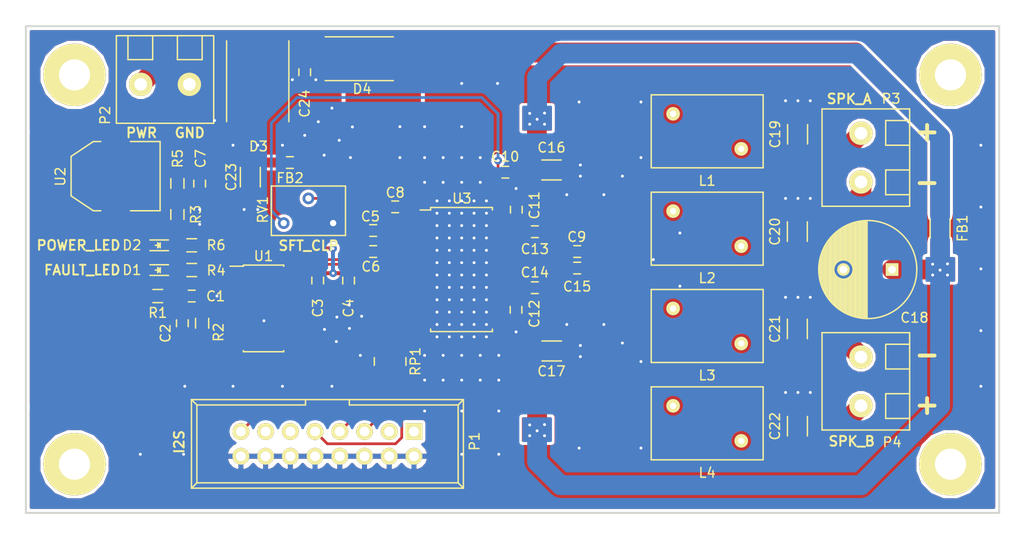
<source format=kicad_pcb>
(kicad_pcb (version 4) (host pcbnew 4.0.2-stable)
  (layers (0 F.Cu signal) (31 B.Cu signal) (34 B.Paste user) (35 F.Paste user) (36 B.SilkS user) (37 F.SilkS user) (38 B.Mask user) (39 F.Mask user) (44 Edge.Cuts user))
  (net 0 "")
  (net 1 "Net-(C1-Pad1)")
  (net 2 GND)
  (net 3 "Net-(C2-Pad1)")
  (net 4 +3V3)
  (net 5 "Net-(C5-Pad1)")
  (net 6 "Net-(C5-Pad2)")
  (net 7 "Net-(C6-Pad2)")
  (net 8 "Net-(C8-Pad2)")
  (net 9 /SPK_OUTA-)
  (net 10 "Net-(C9-Pad2)")
  (net 11 "Net-(C10-Pad1)")
  (net 12 VCC)
  (net 13 /SPK_OUTA+)
  (net 14 "Net-(C13-Pad2)")
  (net 15 /SPK_OUTB+)
  (net 16 "Net-(C14-Pad2)")
  (net 17 /SPK_OUTB-)
  (net 18 "Net-(C15-Pad2)")
  (net 19 "Net-(C19-Pad1)")
  (net 20 "Net-(C20-Pad1)")
  (net 21 "Net-(C21-Pad1)")
  (net 22 "Net-(C22-Pad1)")
  (net 23 "Net-(D1-Pad1)")
  (net 24 "Net-(D2-Pad1)")
  (net 25 "Net-(P1-Pad1)")
  (net 26 "Net-(P1-Pad3)")
  (net 27 "Net-(P1-Pad11)")
  (net 28 "Net-(P1-Pad13)")
  (net 29 "Net-(R2-Pad1)")
  (net 30 "Net-(R4-Pad2)")
  (net 31 "Net-(U1-Pad2)")
  (net 32 "Net-(U1-Pad6)")
  (net 33 "Net-(U1-Pad8)")
  (net 34 "Net-(U1-Pad10)")
  (net 35 "Net-(U1-Pad12)")
  (net 36 "Net-(U3-Pad18)")
  (net 37 "Net-(U3-Pad19)")
  (net 38 "Net-(U3-Pad20)")
  (net 39 "Net-(U3-Pad21)")
  (net 40 "Net-(U3-Pad22)")
  (net 41 "Net-(U3-Pad23)")
  (net 42 "Net-(U3-Pad24)")
  (net 43 "Net-(U3-Pad25)")
  (net 44 "Net-(U3-Pad26)")
  (net 45 "Net-(U3-Pad27)")
  (net 46 "Net-(U3-Pad28)")
  (net 47 "Net-(U3-Pad29)")
  (net 48 "Net-(U3-Pad30)")
  (net 49 "Net-(U3-Pad31)")
  (net 50 /SDIN)
  (net 51 /SCLK)
  (net 52 /LRCK)
  (net 53 /MCLK)
  (net 54 /ADJ)
  (net 55 "Net-(P1-Pad5)")
  (net 56 "Net-(P1-Pad7)")
  (net 57 "Net-(P1-Pad9)")
  (net 58 "Net-(P1-Pad15)")
  (net 59 "Net-(C23-Pad1)")
  (net 60 VDD)
  (net 61 "Net-(C24-Pad1)")
  (module MyFootprints:Via (layer F.Cu) (at 198.12 86.995)
    (fp_text reference 111 hide)
    (fp_text value "" hide)
    (pad "" thru_hole circle (at 0 0) (size 0.8 0.8) (drill 0.3) (layers *.Cu) (net 2 GND))
  )
  (module MyFootprints:Via (layer F.Cu) (at 198.12 62.23)
    (fp_text reference 111 hide)
    (fp_text value "" hide)
    (pad "" thru_hole circle (at 0 0) (size 0.8 0.8) (drill 0.3) (layers *.Cu) (net 2 GND))
  )
  (module MyFootprints:Via (layer F.Cu) (at 128.651 61.214)
    (fp_text reference 111 hide)
    (fp_text value "" hide)
    (pad "" thru_hole circle (at 0 0) (size 0.8 0.8) (drill 0.3) (layers *.Cu) (net 2 GND))
  )
  (module MyFootprints:Via (layer F.Cu) (at 130.048 59.817)
    (fp_text reference 111 hide)
    (fp_text value "" hide)
    (pad "" thru_hole circle (at 0 0) (size 0.8 0.8) (drill 0.3) (layers *.Cu) (net 2 GND))
  )
  (module MyFootprints:Via (layer F.Cu) (at 131.445 58.42)
    (fp_text reference 111 hide)
    (fp_text value "" hide)
    (pad "" thru_hole circle (at 0 0) (size 0.8 0.8) (drill 0.3) (layers *.Cu) (net 2 GND))
  )
  (module MyFootprints:Via (layer F.Cu) (at 133.55 60.35)
    (fp_text reference 111 hide)
    (fp_text value "" hide)
    (pad "" thru_hole circle (at 0 0) (size 0.8 0.8) (drill 0.3) (layers *.Cu) (net 2 GND))
  )
  (module MyFootprints:Via (layer F.Cu) (at 132.2 61.722)
    (fp_text reference 111 hide)
    (fp_text value "" hide)
    (pad "" thru_hole circle (at 0 0) (size 0.8 0.8) (drill 0.3) (layers *.Cu) (net 2 GND))
  )
  (module MyFootprints:Via (layer F.Cu) (at 130.65 63.25)
    (fp_text reference 111 hide)
    (fp_text value "" hide)
    (pad "" thru_hole circle (at 0 0) (size 0.8 0.8) (drill 0.3) (layers *.Cu) (net 2 GND))
  )
  (module MyFootprints:Via (layer F.Cu) (at 119.38 59.69)
    (fp_text reference 111 hide)
    (fp_text value "" hide)
    (pad "" thru_hole circle (at 0 0) (size 0.8 0.8) (drill 0.3) (layers *.Cu) (net 2 GND))
  )
  (module MyFootprints:Via (layer F.Cu) (at 133.35 63.5)
    (fp_text reference 111 hide)
    (fp_text value "" hide)
    (pad "" thru_hole circle (at 0 0) (size 0.8 0.8) (drill 0.3) (layers *.Cu) (net 2 GND))
  )
  (module MyFootprints:Via (layer F.Cu) (at 111.76 93.98)
    (fp_text reference 111 hide)
    (fp_text value "" hide)
    (pad "" thru_hole circle (at 0 0) (size 0.8 0.8) (drill 0.3) (layers *.Cu) (net 2 GND))
  )
  (module MyFootprints:Via (layer F.Cu) (at 198.12 81.28)
    (fp_text reference 111 hide)
    (fp_text value "" hide)
    (pad "" thru_hole circle (at 0 0) (size 0.8 0.8) (drill 0.3) (layers *.Cu) (net 2 GND))
  )
  (module MyFootprints:Via (layer F.Cu) (at 198.12 68.58)
    (fp_text reference 111 hide)
    (fp_text value "" hide)
    (pad "" thru_hole circle (at 0 0) (size 0.8 0.8) (drill 0.3) (layers *.Cu) (net 2 GND))
  )
  (module MyFootprints:Via (layer F.Cu) (at 198.12 74.93)
    (fp_text reference 111 hide)
    (fp_text value "" hide)
    (pad "" thru_hole circle (at 0 0) (size 0.8 0.8) (drill 0.3) (layers *.Cu) (net 2 GND))
  )
  (module MyFootprints:Via (layer F.Cu) (at 163.195 93.345)
    (fp_text reference 1141 hide)
    (fp_text value "" hide)
    (pad "" thru_hole circle (at 0 0) (size 0.8 0.8) (drill 0.3) (layers *.Cu) (net 2 GND))
  )
  (module MyFootprints:Via (layer F.Cu) (at 156.845 93.345)
    (fp_text reference 1141 hide)
    (fp_text value "" hide)
    (pad "" thru_hole circle (at 0 0) (size 0.8 0.8) (drill 0.3) (layers *.Cu) (net 2 GND))
  )
  (module MyFootprints:Via (layer F.Cu) (at 163.195 57.785)
    (fp_text reference 1141 hide)
    (fp_text value "" hide)
    (pad "" thru_hole circle (at 0 0) (size 0.8 0.8) (drill 0.3) (layers *.Cu) (net 2 GND))
  )
  (module MyFootprints:Via (layer F.Cu) (at 156.845 57.785)
    (fp_text reference 1141 hide)
    (fp_text value "" hide)
    (pad "" thru_hole circle (at 0 0) (size 0.8 0.8) (drill 0.3) (layers *.Cu) (net 2 GND))
  )
  (module MyFootprints:Via (layer F.Cu) (at 144.78 93.98)
    (fp_text reference 1141 hide)
    (fp_text value "" hide)
    (pad "" thru_hole circle (at 0 0) (size 0.8 0.8) (drill 0.3) (layers *.Cu) (net 2 GND))
  )
  (module MyFootprints:Via (layer F.Cu) (at 148.59 93.98)
    (fp_text reference 1141 hide)
    (fp_text value "" hide)
    (pad "" thru_hole circle (at 0 0) (size 0.8 0.8) (drill 0.3) (layers *.Cu) (net 2 GND))
  )
  (module MyFootprints:Via (layer F.Cu) (at 116.205 93.98)
    (fp_text reference 1141 hide)
    (fp_text value "" hide)
    (pad "" thru_hole circle (at 0 0) (size 0.8 0.8) (drill 0.3) (layers *.Cu) (net 2 GND))
  )
  (module MyFootprints:Via (layer F.Cu) (at 127.381 55.499)
    (fp_text reference 111 hide)
    (fp_text value "" hide)
    (pad "" thru_hole circle (at 0 0) (size 0.8 0.8) (drill 0.3) (layers *.Cu) (net 2 GND))
  )
  (module MyFootprints:Via (layer F.Cu) (at 144.78 55.88)
    (fp_text reference 111 hide)
    (fp_text value "" hide)
    (pad "" thru_hole circle (at 0 0) (size 0.8 0.8) (drill 0.3) (layers *.Cu) (net 2 GND))
  )
  (module MyFootprints:Via (layer F.Cu) (at 167.1955 76.708)
    (fp_text reference 111 hide)
    (fp_text value "" hide)
    (pad "" thru_hole circle (at 0 0) (size 0.8 0.8) (drill 0.3) (layers *.Cu) (net 2 GND))
  )
  (module MyFootprints:Via (layer F.Cu) (at 167.1955 71.247)
    (fp_text reference 111 hide)
    (fp_text value "" hide)
    (pad "" thru_hole circle (at 0 0) (size 0.8 0.8) (drill 0.3) (layers *.Cu) (net 2 GND))
  )
  (module MyFootprints:Via (layer F.Cu) (at 164.465 73.9775)
    (fp_text reference 111 hide)
    (fp_text value "" hide)
    (pad "" thru_hole circle (at 0 0) (size 0.8 0.8) (drill 0.3) (layers *.Cu) (net 2 GND))
  )
  (module MyFootprints:Via (layer F.Cu) (at 163.195 84.455)
    (fp_text reference 111 hide)
    (fp_text value "" hide)
    (pad "" thru_hole circle (at 0 0) (size 0.8 0.8) (drill 0.3) (layers *.Cu) (net 2 GND))
  )
  (module MyFootprints:Via (layer F.Cu) (at 161.29 82.55)
    (fp_text reference 111 hide)
    (fp_text value "" hide)
    (pad "" thru_hole circle (at 0 0) (size 0.8 0.8) (drill 0.3) (layers *.Cu) (net 2 GND))
  )
  (module MyFootprints:Via (layer F.Cu) (at 159.385 80.645)
    (fp_text reference 111 hide)
    (fp_text value "" hide)
    (pad "" thru_hole circle (at 0 0) (size 0.8 0.8) (drill 0.3) (layers *.Cu) (net 2 GND))
  )
  (module MyFootprints:Via (layer F.Cu) (at 155.575 80.645)
    (fp_text reference 111 hide)
    (fp_text value "" hide)
    (pad "" thru_hole circle (at 0 0) (size 0.8 0.8) (drill 0.3) (layers *.Cu) (net 2 GND))
  )
  (module MyFootprints:Via (layer F.Cu) (at 155.575 67.31)
    (fp_text reference 111 hide)
    (fp_text value "" hide)
    (pad "" thru_hole circle (at 0 0) (size 0.8 0.8) (drill 0.3) (layers *.Cu) (net 2 GND))
  )
  (module MyFootprints:Via (layer F.Cu) (at 163.195 63.5)
    (fp_text reference 111 hide)
    (fp_text value "" hide)
    (pad "" thru_hole circle (at 0 0) (size 0.8 0.8) (drill 0.3) (layers *.Cu) (net 2 GND))
  )
  (module MyFootprints:Via (layer F.Cu) (at 161.29 65.405)
    (fp_text reference 111 hide)
    (fp_text value "" hide)
    (pad "" thru_hole circle (at 0 0) (size 0.8 0.8) (drill 0.3) (layers *.Cu) (net 2 GND))
  )
  (module MyFootprints:Via (layer F.Cu) (at 159.385 67.31)
    (fp_text reference 111 hide)
    (fp_text value "" hide)
    (pad "" thru_hole circle (at 0 0) (size 0.8 0.8) (drill 0.3) (layers *.Cu) (net 2 GND))
  )
  (module MyFootprints:Via (layer F.Cu) (at 123.825 68.834 90)
    (fp_text reference 1141 hide)
    (fp_text value "" hide)
    (pad "" thru_hole circle (at 0 0 90) (size 0.8 0.8) (drill 0.3) (layers *.Cu) (net 2 GND))
  )
  (module MyFootprints:Via (layer F.Cu) (at 122.428 68.834 90)
    (fp_text reference 1141 hide)
    (fp_text value "" hide)
    (pad "" thru_hole circle (at 0 0 90) (size 0.8 0.8) (drill 0.3) (layers *.Cu) (net 2 GND))
  )
  (module MyFootprints:Via (layer F.Cu) (at 117.856 70.358)
    (fp_text reference 1141 hide)
    (fp_text value "" hide)
    (pad "" thru_hole circle (at 0 0) (size 0.8 0.8) (drill 0.3) (layers *.Cu) (net 2 GND))
  )
  (module MyFootprints:Via (layer F.Cu) (at 117.856 68.834)
    (fp_text reference 1141 hide)
    (fp_text value "" hide)
    (pad "" thru_hole circle (at 0 0) (size 0.8 0.8) (drill 0.3) (layers *.Cu) (net 2 GND))
  )
  (module MyFootprints:Via (layer F.Cu) (at 116.332 86.995)
    (fp_text reference 1141 hide)
    (fp_text value "" hide)
    (pad "" thru_hole circle (at 0 0) (size 0.8 0.8) (drill 0.3) (layers *.Cu) (net 2 GND))
  )
  (module MyFootprints:Via (layer F.Cu) (at 119.634 77.724)
    (fp_text reference 1141 hide)
    (fp_text value "" hide)
    (pad "" thru_hole circle (at 0 0) (size 0.8 0.8) (drill 0.3) (layers *.Cu) (net 2 GND))
  )
  (module MyFootprints:Via (layer F.Cu) (at 124.46 80.264)
    (fp_text reference 1141 hide)
    (fp_text value "" hide)
    (pad "" thru_hole circle (at 0 0) (size 0.8 0.8) (drill 0.3) (layers *.Cu) (net 2 GND))
  )
  (module MyFootprints:Via (layer F.Cu) (at 140.97 60.325)
    (fp_text reference 111 hide)
    (fp_text value "" hide)
    (pad "" thru_hole circle (at 0 0) (size 0.8 0.8) (drill 0.3) (layers *.Cu) (net 2 GND))
  )
  (module MyFootprints:Via (layer F.Cu) (at 146.685 63.5)
    (fp_text reference 111 hide)
    (fp_text value "" hide)
    (pad "" thru_hole circle (at 0 0) (size 0.8 0.8) (drill 0.3) (layers *.Cu) (net 2 GND))
  )
  (module MyFootprints:Via (layer F.Cu) (at 140.97 63.5)
    (fp_text reference 111 hide)
    (fp_text value "" hide)
    (pad "" thru_hole circle (at 0 0) (size 0.8 0.8) (drill 0.3) (layers *.Cu) (net 2 GND))
  )
  (module MyFootprints:Via (layer F.Cu) (at 142.875 63.5)
    (fp_text reference 111 hide)
    (fp_text value "" hide)
    (pad "" thru_hole circle (at 0 0) (size 0.8 0.8) (drill 0.3) (layers *.Cu) (net 2 GND))
  )
  (module MyFootprints:Via (layer F.Cu) (at 146.685 86.36)
    (fp_text reference 111 hide)
    (fp_text value "" hide)
    (pad "" thru_hole circle (at 0 0) (size 0.8 0.8) (drill 0.3) (layers *.Cu) (net 2 GND))
  )
  (module MyFootprints:Via (layer F.Cu) (at 140.97 86.36)
    (fp_text reference 111 hide)
    (fp_text value "" hide)
    (pad "" thru_hole circle (at 0 0) (size 0.8 0.8) (drill 0.3) (layers *.Cu) (net 2 GND))
  )
  (module MyFootprints:Via (layer F.Cu) (at 121.285 86.995)
    (fp_text reference 1141 hide)
    (fp_text value "" hide)
    (pad "" thru_hole circle (at 0 0) (size 0.8 0.8) (drill 0.3) (layers *.Cu) (net 2 GND))
  )
  (module MyFootprints:Via (layer F.Cu) (at 126.365 86.995)
    (fp_text reference 1141 hide)
    (fp_text value "" hide)
    (pad "" thru_hole circle (at 0 0) (size 0.8 0.8) (drill 0.3) (layers *.Cu) (net 2 GND))
  )
  (module MyFootprints:Via (layer F.Cu) (at 131.445 86.995)
    (fp_text reference 1141 hide)
    (fp_text value "" hide)
    (pad "" thru_hole circle (at 0 0) (size 0.8 0.8) (drill 0.3) (layers *.Cu) (net 2 GND))
  )
  (module MyFootprints:Via (layer F.Cu) (at 134.366 83.82)
    (fp_text reference 1141 hide)
    (fp_text value "" hide)
    (pad "" thru_hole circle (at 0 0) (size 0.8 0.8) (drill 0.3) (layers *.Cu) (net 2 GND))
  )
  (module MyFootprints:Via (layer F.Cu) (at 178.054 87.63)
    (fp_text reference 111 hide)
    (fp_text value "" hide)
    (pad "" thru_hole circle (at 0 0) (size 0.8 0.8) (drill 0.3) (layers *.Cu) (net 2 GND))
  )
  (module MyFootprints:Via (layer F.Cu) (at 180.594 87.63)
    (fp_text reference 111 hide)
    (fp_text value "" hide)
    (pad "" thru_hole circle (at 0 0) (size 0.8 0.8) (drill 0.3) (layers *.Cu) (net 2 GND))
  )
  (module MyFootprints:Via (layer F.Cu) (at 179.324 87.63)
    (fp_text reference 111 hide)
    (fp_text value "" hide)
    (pad "" thru_hole circle (at 0 0) (size 0.8 0.8) (drill 0.3) (layers *.Cu) (net 2 GND))
  )
  (module MyFootprints:Via (layer F.Cu) (at 178.054 77.851)
    (fp_text reference 111 hide)
    (fp_text value "" hide)
    (pad "" thru_hole circle (at 0 0) (size 0.8 0.8) (drill 0.3) (layers *.Cu) (net 2 GND))
  )
  (module MyFootprints:Via (layer F.Cu) (at 180.594 77.851)
    (fp_text reference 111 hide)
    (fp_text value "" hide)
    (pad "" thru_hole circle (at 0 0) (size 0.8 0.8) (drill 0.3) (layers *.Cu) (net 2 GND))
  )
  (module MyFootprints:Via (layer F.Cu) (at 179.324 77.851)
    (fp_text reference 111 hide)
    (fp_text value "" hide)
    (pad "" thru_hole circle (at 0 0) (size 0.8 0.8) (drill 0.3) (layers *.Cu) (net 2 GND))
  )
  (module MyFootprints:Via (layer F.Cu) (at 178.054 67.691)
    (fp_text reference 111 hide)
    (fp_text value "" hide)
    (pad "" thru_hole circle (at 0 0) (size 0.8 0.8) (drill 0.3) (layers *.Cu) (net 2 GND))
  )
  (module MyFootprints:Via (layer F.Cu) (at 180.594 67.691)
    (fp_text reference 111 hide)
    (fp_text value "" hide)
    (pad "" thru_hole circle (at 0 0) (size 0.8 0.8) (drill 0.3) (layers *.Cu) (net 2 GND))
  )
  (module MyFootprints:Via (layer F.Cu) (at 179.324 67.691)
    (fp_text reference 111 hide)
    (fp_text value "" hide)
    (pad "" thru_hole circle (at 0 0) (size 0.8 0.8) (drill 0.3) (layers *.Cu) (net 2 GND))
  )
  (module MyFootprints:Via (layer F.Cu) (at 180.594 57.658)
    (fp_text reference 111 hide)
    (fp_text value "" hide)
    (pad "" thru_hole circle (at 0 0) (size 0.8 0.8) (drill 0.3) (layers *.Cu) (net 2 GND))
  )
  (module MyFootprints:Via (layer F.Cu) (at 178.054 57.658)
    (fp_text reference 111 hide)
    (fp_text value "" hide)
    (pad "" thru_hole circle (at 0 0) (size 0.8 0.8) (drill 0.3) (layers *.Cu) (net 2 GND))
  )
  (module MyFootprints:Via (layer F.Cu) (at 179.324 57.658)
    (fp_text reference 111 hide)
    (fp_text value "" hide)
    (pad "" thru_hole circle (at 0 0) (size 0.8 0.8) (drill 0.3) (layers *.Cu) (net 2 GND))
  )
  (module MyFootprints:Via (layer F.Cu) (at 148.59 89.535)
    (fp_text reference 111 hide)
    (fp_text value "" hide)
    (pad "" thru_hole circle (at 0 0) (size 0.8 0.8) (drill 0.3) (layers *.Cu) (net 2 GND))
  )
  (module MyFootprints:Via (layer F.Cu) (at 140.97 89.535)
    (fp_text reference 111 hide)
    (fp_text value "" hide)
    (pad "" thru_hole circle (at 0 0) (size 0.8 0.8) (drill 0.3) (layers *.Cu) (net 2 GND))
  )
  (module MyFootprints:Via (layer F.Cu) (at 138.43 63.5)
    (fp_text reference 111 hide)
    (fp_text value "" hide)
    (pad "" thru_hole circle (at 0 0) (size 0.8 0.8) (drill 0.3) (layers *.Cu) (net 2 GND))
  )
  (module MyFootprints:Via (layer F.Cu) (at 138.43 60.325)
    (fp_text reference 111 hide)
    (fp_text value "" hide)
    (pad "" thru_hole circle (at 0 0) (size 0.8 0.8) (drill 0.3) (layers *.Cu) (net 2 GND))
  )
  (module MyFootprints:Via (layer F.Cu) (at 148.59 86.36)
    (fp_text reference 111 hide)
    (fp_text value "" hide)
    (pad "" thru_hole circle (at 0 0) (size 0.8 0.8) (drill 0.3) (layers *.Cu) (net 2 GND))
  )
  (module MyFootprints:Via (layer F.Cu) (at 140.97 83.82)
    (fp_text reference 111 hide)
    (fp_text value "" hide)
    (pad "" thru_hole circle (at 0 0) (size 0.8 0.8) (drill 0.3) (layers *.Cu) (net 2 GND))
  )
  (module MyFootprints:Via (layer F.Cu) (at 148.59 83.82)
    (fp_text reference 111 hide)
    (fp_text value "" hide)
    (pad "" thru_hole circle (at 0 0) (size 0.8 0.8) (drill 0.3) (layers *.Cu) (net 2 GND))
  )
  (module MyFootprints:Via (layer F.Cu) (at 147.32 81.915)
    (fp_text reference 111 hide)
    (fp_text value "" hide)
    (pad "" thru_hole circle (at 0 0) (size 0.8 0.8) (drill 0.3) (layers *.Cu) (net 2 GND))
  )
  (module MyFootprints:Via (layer F.Cu) (at 142.24 81.915)
    (fp_text reference 111 hide)
    (fp_text value "" hide)
    (pad "" thru_hole circle (at 0 0) (size 0.8 0.8) (drill 0.3) (layers *.Cu) (net 2 GND))
  )
  (module MyFootprints:Via (layer F.Cu) (at 143.51 81.915)
    (fp_text reference 111 hide)
    (fp_text value "" hide)
    (pad "" thru_hole circle (at 0 0) (size 0.8 0.8) (drill 0.3) (layers *.Cu) (net 2 GND))
  )
  (module MyFootprints:Via (layer F.Cu) (at 142.875 83.82)
    (fp_text reference 111 hide)
    (fp_text value "" hide)
    (pad "" thru_hole circle (at 0 0) (size 0.8 0.8) (drill 0.3) (layers *.Cu) (net 2 GND))
  )
  (module MyFootprints:Via (layer F.Cu) (at 146.685 83.82)
    (fp_text reference 111 hide)
    (fp_text value "" hide)
    (pad "" thru_hole circle (at 0 0) (size 0.8 0.8) (drill 0.3) (layers *.Cu) (net 2 GND))
  )
  (module MyFootprints:Via (layer F.Cu) (at 146.05 81.915)
    (fp_text reference 111 hide)
    (fp_text value "" hide)
    (pad "" thru_hole circle (at 0 0) (size 0.8 0.8) (drill 0.3) (layers *.Cu) (net 2 GND))
  )
  (module MyFootprints:Via (layer F.Cu) (at 144.78 89.535)
    (fp_text reference 111 hide)
    (fp_text value "" hide)
    (pad "" thru_hole circle (at 0 0) (size 0.8 0.8) (drill 0.3) (layers *.Cu) (net 2 GND))
  )
  (module MyFootprints:Via (layer F.Cu) (at 144.78 86.36)
    (fp_text reference 111 hide)
    (fp_text value "" hide)
    (pad "" thru_hole circle (at 0 0) (size 0.8 0.8) (drill 0.3) (layers *.Cu) (net 2 GND))
  )
  (module MyFootprints:Via (layer F.Cu) (at 144.78 83.82)
    (fp_text reference 111 hide)
    (fp_text value "" hide)
    (pad "" thru_hole circle (at 0 0) (size 0.8 0.8) (drill 0.3) (layers *.Cu) (net 2 GND))
  )
  (module MyFootprints:Via (layer F.Cu) (at 144.78 81.915)
    (fp_text reference 111 hide)
    (fp_text value "" hide)
    (pad "" thru_hole circle (at 0 0) (size 0.8 0.8) (drill 0.3) (layers *.Cu) (net 2 GND))
  )
  (module MyFootprints:Via (layer F.Cu) (at 144.78 60.325)
    (fp_text reference 111 hide)
    (fp_text value "" hide)
    (pad "" thru_hole circle (at 0 0) (size 0.8 0.8) (drill 0.3) (layers *.Cu) (net 2 GND))
  )
  (module MyFootprints:Via (layer F.Cu) (at 144.78 63.5)
    (fp_text reference 111 hide)
    (fp_text value "" hide)
    (pad "" thru_hole circle (at 0 0) (size 0.8 0.8) (drill 0.3) (layers *.Cu) (net 2 GND))
  )
  (module MyFootprints:Via (layer F.Cu) (at 142.875 86.36)
    (fp_text reference 111 hide)
    (fp_text value "" hide)
    (pad "" thru_hole circle (at 0 0) (size 0.8 0.8) (drill 0.3) (layers *.Cu) (net 2 GND))
  )
  (module MyFootprints:Via (layer F.Cu) (at 140.97 66.04)
    (fp_text reference 111 hide)
    (fp_text value "" hide)
    (pad "" thru_hole circle (at 0 0) (size 0.8 0.8) (drill 0.3) (layers *.Cu) (net 2 GND))
  )
  (module MyFootprints:Via (layer F.Cu) (at 142.875 66.04)
    (fp_text reference 111 hide)
    (fp_text value "" hide)
    (pad "" thru_hole circle (at 0 0) (size 0.8 0.8) (drill 0.3) (layers *.Cu) (net 2 GND))
  )
  (module MyFootprints:Via (layer F.Cu) (at 144.78 66.04)
    (fp_text reference 111 hide)
    (fp_text value "" hide)
    (pad "" thru_hole circle (at 0 0) (size 0.8 0.8) (drill 0.3) (layers *.Cu) (net 2 GND))
  )
  (module MyFootprints:Via (layer F.Cu) (at 146.685 66.04)
    (fp_text reference 111 hide)
    (fp_text value "" hide)
    (pad "" thru_hole circle (at 0 0) (size 0.8 0.8) (drill 0.3) (layers *.Cu) (net 2 GND))
  )
  (module MyFootprints:Via (layer F.Cu) (at 147.32 67.945)
    (fp_text reference 111 hide)
    (fp_text value "" hide)
    (pad "" thru_hole circle (at 0 0) (size 0.8 0.8) (drill 0.3) (layers *.Cu) (net 2 GND))
  )
  (module MyFootprints:Via (layer F.Cu) (at 146.05 67.945)
    (fp_text reference 111 hide)
    (fp_text value "" hide)
    (pad "" thru_hole circle (at 0 0) (size 0.8 0.8) (drill 0.3) (layers *.Cu) (net 2 GND))
  )
  (module MyFootprints:Via (layer F.Cu) (at 142.24 67.945)
    (fp_text reference 111 hide)
    (fp_text value "" hide)
    (pad "" thru_hole circle (at 0 0) (size 0.8 0.8) (drill 0.3) (layers *.Cu) (net 2 GND))
  )
  (module MyFootprints:Via (layer F.Cu) (at 143.51 67.945)
    (fp_text reference 112 hide)
    (fp_text value "" hide)
    (pad "" thru_hole circle (at 0 0) (size 0.8 0.8) (drill 0.3) (layers *.Cu) (net 2 GND))
  )
  (module MyFootprints:Via (layer F.Cu) (at 144.78 67.945)
    (fp_text reference 113 hide)
    (fp_text value "" hide)
    (pad "" thru_hole circle (at 0 0) (size 0.8 0.8) (drill 0.3) (layers *.Cu) (net 2 GND))
  )
  (module MyFootprints:Via (layer F.Cu) (at 129.794 55.499)
    (fp_text reference 111 hide)
    (fp_text value "" hide)
    (pad "" thru_hole circle (at 0 0) (size 0.8 0.8) (drill 0.3) (layers *.Cu) (net 2 GND))
  )
  (module MyFootprints:Via (layer F.Cu) (at 148.463 55.88)
    (fp_text reference 111 hide)
    (fp_text value "" hide)
    (pad "" thru_hole circle (at 0 0) (size 0.8 0.8) (drill 0.3) (layers *.Cu) (net 2 GND))
  )
  (module MyFootprints:Via (layer F.Cu) (at 121.285 62.23)
    (fp_text reference 111 hide)
    (fp_text value "" hide)
    (pad "" thru_hole circle (at 0 0) (size 0.8 0.8) (drill 0.3) (layers *.Cu) (net 2 GND))
  )
  (module MyFootprints:Via (layer F.Cu) (at 126.365 62.23)
    (fp_text reference 111 hide)
    (fp_text value "" hide)
    (pad "" thru_hole circle (at 0 0) (size 0.8 0.8) (drill 0.3) (layers *.Cu) (net 2 GND))
  )
  (module MyFootprints:Via (layer F.Cu) (at 123.825 62.23)
    (fp_text reference 111 hide)
    (fp_text value "" hide)
    (pad "" thru_hole circle (at 0 0) (size 0.8 0.8) (drill 0.3) (layers *.Cu) (net 2 GND))
  )
  (module MyFootprints:Via (layer F.Cu) (at 134.5 79.8)
    (fp_text reference 1141 hide)
    (fp_text value "" hide)
    (pad "" thru_hole circle (at 0 0) (size 0.8 0.8) (drill 0.3) (layers *.Cu) (net 2 GND))
  )
  (module MyFootprints:Via (layer F.Cu) (at 133.25 81.05)
    (fp_text reference 1141 hide)
    (fp_text value "" hide)
    (pad "" thru_hole circle (at 0 0) (size 0.8 0.8) (drill 0.3) (layers *.Cu) (net 2 GND))
  )
  (module MyFootprints:Via (layer F.Cu) (at 131.9 82.4)
    (fp_text reference 1141 hide)
    (fp_text value "" hide)
    (pad "" thru_hole circle (at 0 0) (size 0.8 0.8) (drill 0.3) (layers *.Cu) (net 2 GND))
  )
  (module MyFootprints:Via (layer F.Cu) (at 130.683 81.153)
    (fp_text reference 1141 hide)
    (fp_text value "" hide)
    (pad "" thru_hole circle (at 0 0) (size 0.8 0.8) (drill 0.3) (layers *.Cu) (net 2 GND))
  )
  (module MyFootprints:Via (layer F.Cu) (at 131.953 79.883)
    (fp_text reference 1141 hide)
    (fp_text value "" hide)
    (pad "" thru_hole circle (at 0 0) (size 0.8 0.8) (drill 0.3) (layers *.Cu) (net 2 GND))
  )
  (module MyFootprints:Via (layer F.Cu) (at 133.223 78.613)
    (fp_text reference 1141 hide)
    (fp_text value "" hide)
    (pad "" thru_hole circle (at 0 0) (size 0.8 0.8) (drill 0.3) (layers *.Cu) (net 2 GND))
  )
  (module MyFootprints:Via (layer F.Cu) (at 156.972 83.947)
    (fp_text reference 115 hide)
    (fp_text value "" hide)
    (pad "" thru_hole circle (at 0 0) (size 0.8 0.8) (drill 0.3) (layers *.Cu) (net 2 GND))
  )
  (module MyFootprints:Via (layer F.Cu) (at 156.972 82.804)
    (fp_text reference 115 hide)
    (fp_text value "" hide)
    (pad "" thru_hole circle (at 0 0) (size 0.8 0.8) (drill 0.3) (layers *.Cu) (net 2 GND))
  )
  (module MyFootprints:Via (layer F.Cu) (at 156.972 65.405)
    (fp_text reference 115 hide)
    (fp_text value "" hide)
    (pad "" thru_hole circle (at 0 0) (size 0.8 0.8) (drill 0.3) (layers *.Cu) (net 2 GND))
  )
  (module MyFootprints:Via (layer F.Cu) (at 156.972 64.262)
    (fp_text reference 115 hide)
    (fp_text value "" hide)
    (pad "" thru_hole circle (at 0 0) (size 0.8 0.8) (drill 0.3) (layers *.Cu) (net 2 GND))
  )
  (module MyFootprints:Via (layer F.Cu) (at 150.368 81.407)
    (fp_text reference 115 hide)
    (fp_text value "" hide)
    (pad "" thru_hole circle (at 0 0) (size 0.8 0.8) (drill 0.3) (layers *.Cu) (net 2 GND))
  )
  (module MyFootprints:Via (layer F.Cu) (at 150.368 66.675)
    (fp_text reference 115 hide)
    (fp_text value "" hide)
    (pad "" thru_hole circle (at 0 0) (size 0.8 0.8) (drill 0.3) (layers *.Cu) (net 2 GND))
  )
  (module MyFootprints:Via (layer F.Cu) (at 151.765 92.075)
    (fp_text reference "" hide)
    (fp_text value "" hide)
    (pad "" thru_hole circle (at 0 0) (size 0.8 0.8) (drill 0.3) (layers *.Cu) (net 12 VCC))
  )
  (module MyFootprints:Via (layer F.Cu) (at 153.289 92.075)
    (fp_text reference "" hide)
    (fp_text value "" hide)
    (pad "" thru_hole circle (at 0 0) (size 0.8 0.8) (drill 0.3) (layers *.Cu) (net 12 VCC))
  )
  (module MyFootprints:Via (layer F.Cu) (at 153.289 90.932)
    (fp_text reference "" hide)
    (fp_text value "" hide)
    (pad "" thru_hole circle (at 0 0) (size 0.8 0.8) (drill 0.3) (layers *.Cu) (net 12 VCC))
  )
  (module MyFootprints:Via (layer F.Cu) (at 151.765 90.964)
    (fp_text reference "" hide)
    (fp_text value "" hide)
    (pad "" thru_hole circle (at 0 0) (size 0.8 0.8) (drill 0.3) (layers *.Cu) (net 12 VCC))
  )
  (module MyFootprints:Via (layer F.Cu) (at 152.527 91.567)
    (fp_text reference "" hide)
    (fp_text value "" hide)
    (pad "" thru_hole circle (at 0 0) (size 0.8 0.8) (drill 0.3) (layers *.Cu) (net 12 VCC))
  )
  (module MyFootprints:Via (layer F.Cu) (at 151.765 60.071)
    (fp_text reference "" hide)
    (fp_text value "" hide)
    (pad "" thru_hole circle (at 0 0) (size 0.8 0.8) (drill 0.3) (layers *.Cu) (net 12 VCC))
  )
  (module MyFootprints:Via (layer F.Cu) (at 153.289 60.071)
    (fp_text reference "" hide)
    (fp_text value "" hide)
    (pad "" thru_hole circle (at 0 0) (size 0.8 0.8) (drill 0.3) (layers *.Cu) (net 12 VCC))
  )
  (module MyFootprints:Via (layer F.Cu) (at 153.289 58.928)
    (fp_text reference "" hide)
    (fp_text value "" hide)
    (pad "" thru_hole circle (at 0 0) (size 0.8 0.8) (drill 0.3) (layers *.Cu) (net 12 VCC))
  )
  (module MyFootprints:Via (layer F.Cu) (at 151.765 58.96)
    (fp_text reference "" hide)
    (fp_text value "" hide)
    (pad "" thru_hole circle (at 0 0) (size 0.8 0.8) (drill 0.3) (layers *.Cu) (net 12 VCC))
  )
  (module MyFootprints:Via (layer F.Cu) (at 152.527 59.563)
    (fp_text reference "" hide)
    (fp_text value "" hide)
    (pad "" thru_hole circle (at 0 0) (size 0.8 0.8) (drill 0.3) (layers *.Cu) (net 12 VCC))
  )
  (module MyFootprints:Via (layer F.Cu) (at 193.929 75.057)
    (fp_text reference "" hide)
    (fp_text value "" hide)
    (pad "" thru_hole circle (at 0 0) (size 0.8 0.8) (drill 0.3) (layers *.Cu) (net 12 VCC))
  )
  (module MyFootprints:Via (layer F.Cu) (at 193.167 74.454)
    (fp_text reference "" hide)
    (fp_text value "" hide)
    (pad "" thru_hole circle (at 0 0) (size 0.8 0.8) (drill 0.3) (layers *.Cu) (net 12 VCC))
  )
  (module MyFootprints:Via (layer F.Cu) (at 194.691 74.422)
    (fp_text reference "" hide)
    (fp_text value "" hide)
    (pad "" thru_hole circle (at 0 0) (size 0.8 0.8) (drill 0.3) (layers *.Cu) (net 12 VCC))
  )
  (module MyFootprints:Via (layer F.Cu) (at 194.691 75.565)
    (fp_text reference "" hide)
    (fp_text value "" hide)
    (pad "" thru_hole circle (at 0 0) (size 0.8 0.8) (drill 0.3) (layers *.Cu) (net 12 VCC))
  )
  (module MyFootprints:Via (layer F.Cu) (at 193.167 75.565)
    (fp_text reference "" hide)
    (fp_text value "" hide)
    (pad "" thru_hole circle (at 0 0) (size 0.8 0.8) (drill 0.3) (layers *.Cu) (net 12 VCC))
  )
  (module MyFootprints:Via (layer F.Cu) (at 147.32 80.645)
    (fp_text reference 1150 hide)
    (fp_text value "" hide)
    (pad "" thru_hole circle (at 0 0) (size 0.8 0.8) (drill 0.3) (layers *.Cu) (net 2 GND))
  )
  (module MyFootprints:Via (layer F.Cu) (at 146.05 80.645)
    (fp_text reference 1149 hide)
    (fp_text value "" hide)
    (pad "" thru_hole circle (at 0 0) (size 0.8 0.8) (drill 0.3) (layers *.Cu) (net 2 GND))
  )
  (module MyFootprints:Via (layer F.Cu) (at 144.78 80.645)
    (fp_text reference 1148 hide)
    (fp_text value "" hide)
    (pad "" thru_hole circle (at 0 0) (size 0.8 0.8) (drill 0.3) (layers *.Cu) (net 2 GND))
  )
  (module MyFootprints:Via (layer F.Cu) (at 143.51 80.645)
    (fp_text reference 1147 hide)
    (fp_text value "" hide)
    (pad "" thru_hole circle (at 0 0) (size 0.8 0.8) (drill 0.3) (layers *.Cu) (net 2 GND))
  )
  (module MyFootprints:Via (layer F.Cu) (at 142.24 80.645)
    (fp_text reference 1146 hide)
    (fp_text value "" hide)
    (pad "" thru_hole circle (at 0 0) (size 0.8 0.8) (drill 0.3) (layers *.Cu) (net 2 GND))
  )
  (module MyFootprints:Via (layer F.Cu) (at 147.32 79.375)
    (fp_text reference 1145 hide)
    (fp_text value "" hide)
    (pad "" thru_hole circle (at 0 0) (size 0.8 0.8) (drill 0.3) (layers *.Cu) (net 2 GND))
  )
  (module MyFootprints:Via (layer F.Cu) (at 146.05 79.375)
    (fp_text reference 1144 hide)
    (fp_text value "" hide)
    (pad "" thru_hole circle (at 0 0) (size 0.8 0.8) (drill 0.3) (layers *.Cu) (net 2 GND))
  )
  (module MyFootprints:Via (layer F.Cu) (at 144.78 79.375)
    (fp_text reference 1143 hide)
    (fp_text value "" hide)
    (pad "" thru_hole circle (at 0 0) (size 0.8 0.8) (drill 0.3) (layers *.Cu) (net 2 GND))
  )
  (module MyFootprints:Via (layer F.Cu) (at 143.51 79.375)
    (fp_text reference 1142 hide)
    (fp_text value "" hide)
    (pad "" thru_hole circle (at 0 0) (size 0.8 0.8) (drill 0.3) (layers *.Cu) (net 2 GND))
  )
  (module MyFootprints:Via (layer F.Cu) (at 142.24 79.375)
    (fp_text reference 1141 hide)
    (fp_text value "" hide)
    (pad "" thru_hole circle (at 0 0) (size 0.8 0.8) (drill 0.3) (layers *.Cu) (net 2 GND))
  )
  (module MyFootprints:Via (layer F.Cu) (at 147.32 78.105)
    (fp_text reference 1140 hide)
    (fp_text value "" hide)
    (pad "" thru_hole circle (at 0 0) (size 0.8 0.8) (drill 0.3) (layers *.Cu) (net 2 GND))
  )
  (module MyFootprints:Via (layer F.Cu) (at 146.05 78.105)
    (fp_text reference 1139 hide)
    (fp_text value "" hide)
    (pad "" thru_hole circle (at 0 0) (size 0.8 0.8) (drill 0.3) (layers *.Cu) (net 2 GND))
  )
  (module MyFootprints:Via (layer F.Cu) (at 144.78 78.105)
    (fp_text reference 1138 hide)
    (fp_text value "" hide)
    (pad "" thru_hole circle (at 0 0) (size 0.8 0.8) (drill 0.3) (layers *.Cu) (net 2 GND))
  )
  (module MyFootprints:Via (layer F.Cu) (at 143.51 78.105)
    (fp_text reference 1137 hide)
    (fp_text value "" hide)
    (pad "" thru_hole circle (at 0 0) (size 0.8 0.8) (drill 0.3) (layers *.Cu) (net 2 GND))
  )
  (module MyFootprints:Via (layer F.Cu) (at 142.24 78.105)
    (fp_text reference 1136 hide)
    (fp_text value "" hide)
    (pad "" thru_hole circle (at 0 0) (size 0.8 0.8) (drill 0.3) (layers *.Cu) (net 2 GND))
  )
  (module MyFootprints:Via (layer F.Cu) (at 147.32 76.835)
    (fp_text reference 1135 hide)
    (fp_text value "" hide)
    (pad "" thru_hole circle (at 0 0) (size 0.8 0.8) (drill 0.3) (layers *.Cu) (net 2 GND))
  )
  (module MyFootprints:Via (layer F.Cu) (at 146.05 76.835)
    (fp_text reference 1134 hide)
    (fp_text value "" hide)
    (pad "" thru_hole circle (at 0 0) (size 0.8 0.8) (drill 0.3) (layers *.Cu) (net 2 GND))
  )
  (module MyFootprints:Via (layer F.Cu) (at 144.78 76.835)
    (fp_text reference 1133 hide)
    (fp_text value "" hide)
    (pad "" thru_hole circle (at 0 0) (size 0.8 0.8) (drill 0.3) (layers *.Cu) (net 2 GND))
  )
  (module MyFootprints:Via (layer F.Cu) (at 143.51 76.835)
    (fp_text reference 1132 hide)
    (fp_text value "" hide)
    (pad "" thru_hole circle (at 0 0) (size 0.8 0.8) (drill 0.3) (layers *.Cu) (net 2 GND))
  )
  (module MyFootprints:Via (layer F.Cu) (at 142.24 76.835)
    (fp_text reference 1131 hide)
    (fp_text value "" hide)
    (pad "" thru_hole circle (at 0 0) (size 0.8 0.8) (drill 0.3) (layers *.Cu) (net 2 GND))
  )
  (module MyFootprints:Via (layer F.Cu) (at 147.32 75.565)
    (fp_text reference 1130 hide)
    (fp_text value "" hide)
    (pad "" thru_hole circle (at 0 0) (size 0.8 0.8) (drill 0.3) (layers *.Cu) (net 2 GND))
  )
  (module MyFootprints:Via (layer F.Cu) (at 146.05 75.565)
    (fp_text reference 1129 hide)
    (fp_text value "" hide)
    (pad "" thru_hole circle (at 0 0) (size 0.8 0.8) (drill 0.3) (layers *.Cu) (net 2 GND))
  )
  (module MyFootprints:Via (layer F.Cu) (at 144.78 75.565)
    (fp_text reference 1128 hide)
    (fp_text value "" hide)
    (pad "" thru_hole circle (at 0 0) (size 0.8 0.8) (drill 0.3) (layers *.Cu) (net 2 GND))
  )
  (module MyFootprints:Via (layer F.Cu) (at 143.51 75.565)
    (fp_text reference 1127 hide)
    (fp_text value "" hide)
    (pad "" thru_hole circle (at 0 0) (size 0.8 0.8) (drill 0.3) (layers *.Cu) (net 2 GND))
  )
  (module MyFootprints:Via (layer F.Cu) (at 142.24 75.565)
    (fp_text reference 1126 hide)
    (fp_text value "" hide)
    (pad "" thru_hole circle (at 0 0) (size 0.8 0.8) (drill 0.3) (layers *.Cu) (net 2 GND))
  )
  (module MyFootprints:Via (layer F.Cu) (at 147.32 74.295)
    (fp_text reference 1125 hide)
    (fp_text value "" hide)
    (pad "" thru_hole circle (at 0 0) (size 0.8 0.8) (drill 0.3) (layers *.Cu) (net 2 GND))
  )
  (module MyFootprints:Via (layer F.Cu) (at 146.05 74.295)
    (fp_text reference 1124 hide)
    (fp_text value "" hide)
    (pad "" thru_hole circle (at 0 0) (size 0.8 0.8) (drill 0.3) (layers *.Cu) (net 2 GND))
  )
  (module MyFootprints:Via (layer F.Cu) (at 144.78 74.295)
    (fp_text reference 1123 hide)
    (fp_text value "" hide)
    (pad "" thru_hole circle (at 0 0) (size 0.8 0.8) (drill 0.3) (layers *.Cu) (net 2 GND))
  )
  (module MyFootprints:Via (layer F.Cu) (at 143.51 74.295)
    (fp_text reference 1122 hide)
    (fp_text value "" hide)
    (pad "" thru_hole circle (at 0 0) (size 0.8 0.8) (drill 0.3) (layers *.Cu) (net 2 GND))
  )
  (module MyFootprints:Via (layer F.Cu) (at 142.24 74.295)
    (fp_text reference 1121 hide)
    (fp_text value "" hide)
    (pad "" thru_hole circle (at 0 0) (size 0.8 0.8) (drill 0.3) (layers *.Cu) (net 2 GND))
  )
  (module MyFootprints:Via (layer F.Cu) (at 147.32 73.025)
    (fp_text reference 1120 hide)
    (fp_text value "" hide)
    (pad "" thru_hole circle (at 0 0) (size 0.8 0.8) (drill 0.3) (layers *.Cu) (net 2 GND))
  )
  (module MyFootprints:Via (layer F.Cu) (at 146.05 73.025)
    (fp_text reference 1119 hide)
    (fp_text value "" hide)
    (pad "" thru_hole circle (at 0 0) (size 0.8 0.8) (drill 0.3) (layers *.Cu) (net 2 GND))
  )
  (module MyFootprints:Via (layer F.Cu) (at 144.78 73.025)
    (fp_text reference 1118 hide)
    (fp_text value "" hide)
    (pad "" thru_hole circle (at 0 0) (size 0.8 0.8) (drill 0.3) (layers *.Cu) (net 2 GND))
  )
  (module MyFootprints:Via (layer F.Cu) (at 143.51 73.025)
    (fp_text reference 1117 hide)
    (fp_text value "" hide)
    (pad "" thru_hole circle (at 0 0) (size 0.8 0.8) (drill 0.3) (layers *.Cu) (net 2 GND))
  )
  (module MyFootprints:Via (layer F.Cu) (at 142.24 73.025)
    (fp_text reference 1116 hide)
    (fp_text value "" hide)
    (pad "" thru_hole circle (at 0 0) (size 0.8 0.8) (drill 0.3) (layers *.Cu) (net 2 GND))
  )
  (module MyFootprints:Via (layer F.Cu) (at 147.32 71.755)
    (fp_text reference 1115 hide)
    (fp_text value "" hide)
    (pad "" thru_hole circle (at 0 0) (size 0.8 0.8) (drill 0.3) (layers *.Cu) (net 2 GND))
  )
  (module MyFootprints:Via (layer F.Cu) (at 146.05 71.755)
    (fp_text reference 1114 hide)
    (fp_text value "" hide)
    (pad "" thru_hole circle (at 0 0) (size 0.8 0.8) (drill 0.3) (layers *.Cu) (net 2 GND))
  )
  (module MyFootprints:Via (layer F.Cu) (at 144.78 71.755)
    (fp_text reference 1113 hide)
    (fp_text value "" hide)
    (pad "" thru_hole circle (at 0 0) (size 0.8 0.8) (drill 0.3) (layers *.Cu) (net 2 GND))
  )
  (module MyFootprints:Via (layer F.Cu) (at 143.51 71.755)
    (fp_text reference 1112 hide)
    (fp_text value "" hide)
    (pad "" thru_hole circle (at 0 0) (size 0.8 0.8) (drill 0.3) (layers *.Cu) (net 2 GND))
  )
  (module MyFootprints:Via (layer F.Cu) (at 142.24 71.755)
    (fp_text reference 1111 hide)
    (fp_text value "" hide)
    (pad "" thru_hole circle (at 0 0) (size 0.8 0.8) (drill 0.3) (layers *.Cu) (net 2 GND))
  )
  (module MyFootprints:Via (layer F.Cu) (at 147.32 70.485)
    (fp_text reference 1110 hide)
    (fp_text value "" hide)
    (pad "" thru_hole circle (at 0 0) (size 0.8 0.8) (drill 0.3) (layers *.Cu) (net 2 GND))
  )
  (module MyFootprints:Via (layer F.Cu) (at 146.05 70.485)
    (fp_text reference 119 hide)
    (fp_text value "" hide)
    (pad "" thru_hole circle (at 0 0) (size 0.8 0.8) (drill 0.3) (layers *.Cu) (net 2 GND))
  )
  (module MyFootprints:Via (layer F.Cu) (at 144.78 70.485)
    (fp_text reference 118 hide)
    (fp_text value "" hide)
    (pad "" thru_hole circle (at 0 0) (size 0.8 0.8) (drill 0.3) (layers *.Cu) (net 2 GND))
  )
  (module MyFootprints:Via (layer F.Cu) (at 143.51 70.485)
    (fp_text reference 117 hide)
    (fp_text value "" hide)
    (pad "" thru_hole circle (at 0 0) (size 0.8 0.8) (drill 0.3) (layers *.Cu) (net 2 GND))
  )
  (module MyFootprints:Via (layer F.Cu) (at 142.24 70.485)
    (fp_text reference 116 hide)
    (fp_text value "" hide)
    (pad "" thru_hole circle (at 0 0) (size 0.8 0.8) (drill 0.3) (layers *.Cu) (net 2 GND))
  )
  (module MyFootprints:Via (layer F.Cu) (at 147.32 69.215)
    (fp_text reference 115 hide)
    (fp_text value "" hide)
    (pad "" thru_hole circle (at 0 0) (size 0.8 0.8) (drill 0.3) (layers *.Cu) (net 2 GND))
  )
  (module MyFootprints:Via (layer F.Cu) (at 146.05 69.215)
    (fp_text reference 114 hide)
    (fp_text value "" hide)
    (pad "" thru_hole circle (at 0 0) (size 0.8 0.8) (drill 0.3) (layers *.Cu) (net 2 GND))
  )
  (module MyFootprints:Via (layer F.Cu) (at 144.78 69.215)
    (fp_text reference 113 hide)
    (fp_text value "" hide)
    (pad "" thru_hole circle (at 0 0) (size 0.8 0.8) (drill 0.3) (layers *.Cu) (net 2 GND))
  )
  (module MyFootprints:Via (layer F.Cu) (at 143.51 69.215)
    (fp_text reference 112 hide)
    (fp_text value "" hide)
    (pad "" thru_hole circle (at 0 0) (size 0.8 0.8) (drill 0.3) (layers *.Cu) (net 2 GND))
  )
  (module TO_SOT_Packages_SMD:SOT-223 (layer F.Cu) (at 109.22 65.405 90)
    (fp_text reference U2 (at -0.045 -5.67 90) (layer F.SilkS))
    (fp_text value LM317_SOT223)
    (pad 4 smd rect (at 0 -3.302 90) (size 3.6576 2.032) (layers F.Cu F.Paste F.Mask) (net 4 +3V3))
    (pad 2 smd rect (at 0 3.302 90) (size 1.016 2.032) (layers F.Cu F.Paste F.Mask) (net 4 +3V3))
    (pad 3 smd rect (at 2.286 3.302 90) (size 1.016 2.032) (layers F.Cu F.Paste F.Mask) (net 59 "Net-(C23-Pad1)"))
    (pad 1 smd rect (at -2.286 3.302 90) (size 1.016 2.032) (layers F.Cu F.Paste F.Mask) (net 54 /ADJ))
  )
  (module MyFootprints:1D10ASeries (layer F.Cu) (at 170 90.8)
    (fp_text reference L4 (at 0 5.08) (layer F.SilkS))
    (fp_text value 10uH/4,5A)
    (pad 1 thru_hole circle (at -3.5 -1.8) (size 1.4 1.4) (drill 0.65) (layers *.Cu *.Mask F.SilkS) (net 15 /SPK_OUTB+))
    (pad 2 thru_hole circle (at 3.5 1.8) (size 1.4 1.4) (drill 0.65) (layers *.Cu *.Mask F.SilkS) (net 22 "Net-(C22-Pad1)"))
  )
  (module Capacitors_SMD:C_0603 (layer F.Cu) (at 149.2638 64.9986)
    (fp_text reference C10 (at -0.0138 -1.5986) (layer F.SilkS))
    (fp_text value 1uF/16V)
    (pad 1 smd rect (at -0.75 0) (size 0.8 0.75) (layers F.Cu F.Paste F.Mask) (net 11 "Net-(C10-Pad1)"))
    (pad 2 smd rect (at 0.75 0) (size 0.8 0.75) (layers F.Cu F.Paste F.Mask) (net 2 GND))
  )
  (module Capacitors_ThroughHole:C_Radial_D10_L16_P5 (layer F.Cu) (at 189 75 180)
    (fp_text reference C18 (at -2.3 -4.95 180) (layer F.SilkS))
    (fp_text value 470uF/50V)
    (pad 1 thru_hole rect (at 0 0 180) (size 1.3 1.3) (drill 0.8) (layers *.Cu *.Mask F.SilkS) (net 12 VCC))
    (pad 2 thru_hole circle (at 5 0 180) (size 1.3 1.3) (drill 0.8) (layers *.Cu *.Mask F.SilkS) (net 2 GND))
  )
  (module Connect:IDC_Header_Straight_16pins (layer F.Cu) (at 139.874 91.6432 180)
    (fp_text reference P1 (at -6.226 -1.0068 270) (layer F.SilkS))
    (fp_text value CONN_02X08)
    (pad 1 thru_hole rect (at 0 0 180) (size 1.7272 1.7272) (drill 1.016) (layers *.Cu *.Mask F.SilkS) (net 25 "Net-(P1-Pad1)"))
    (pad 2 thru_hole oval (at 0 -2.54 180) (size 1.7272 1.7272) (drill 1.016) (layers *.Cu *.Mask F.SilkS) (net 2 GND))
    (pad 3 thru_hole oval (at 2.54 0 180) (size 1.7272 1.7272) (drill 1.016) (layers *.Cu *.Mask F.SilkS) (net 26 "Net-(P1-Pad3)"))
    (pad 4 thru_hole oval (at 2.54 -2.54 180) (size 1.7272 1.7272) (drill 1.016) (layers *.Cu *.Mask F.SilkS) (net 2 GND))
    (pad 5 thru_hole oval (at 5.08 0 180) (size 1.7272 1.7272) (drill 1.016) (layers *.Cu *.Mask F.SilkS) (net 55 "Net-(P1-Pad5)"))
    (pad 6 thru_hole oval (at 5.08 -2.54 180) (size 1.7272 1.7272) (drill 1.016) (layers *.Cu *.Mask F.SilkS) (net 2 GND))
    (pad 7 thru_hole oval (at 7.62 0 180) (size 1.7272 1.7272) (drill 1.016) (layers *.Cu *.Mask F.SilkS) (net 56 "Net-(P1-Pad7)"))
    (pad 8 thru_hole oval (at 7.62 -2.54 180) (size 1.7272 1.7272) (drill 1.016) (layers *.Cu *.Mask F.SilkS) (net 2 GND))
    (pad 9 thru_hole oval (at 10.16 0 180) (size 1.7272 1.7272) (drill 1.016) (layers *.Cu *.Mask F.SilkS) (net 57 "Net-(P1-Pad9)"))
    (pad 10 thru_hole oval (at 10.16 -2.54 180) (size 1.7272 1.7272) (drill 1.016) (layers *.Cu *.Mask F.SilkS) (net 2 GND))
    (pad 11 thru_hole oval (at 12.7 0 180) (size 1.7272 1.7272) (drill 1.016) (layers *.Cu *.Mask F.SilkS) (net 27 "Net-(P1-Pad11)"))
    (pad 12 thru_hole oval (at 12.7 -2.54 180) (size 1.7272 1.7272) (drill 1.016) (layers *.Cu *.Mask F.SilkS) (net 2 GND))
    (pad 13 thru_hole oval (at 15.24 0 180) (size 1.7272 1.7272) (drill 1.016) (layers *.Cu *.Mask F.SilkS) (net 28 "Net-(P1-Pad13)"))
    (pad 14 thru_hole oval (at 15.24 -2.54 180) (size 1.7272 1.7272) (drill 1.016) (layers *.Cu *.Mask F.SilkS) (net 2 GND))
    (pad 15 thru_hole oval (at 17.78 0 180) (size 1.7272 1.7272) (drill 1.016) (layers *.Cu *.Mask F.SilkS) (net 58 "Net-(P1-Pad15)"))
    (pad 16 thru_hole oval (at 17.78 -2.54 180) (size 1.7272 1.7272) (drill 1.016) (layers *.Cu *.Mask F.SilkS) (net 2 GND))
  )
  (module Capacitors_SMD:C_1206 (layer F.Cu) (at 154.00656 64.77)
    (fp_text reference C16 (at 0 -2.3) (layer F.SilkS))
    (fp_text value 4,7uF/50V)
    (pad 1 smd rect (at -1.5 0) (size 1 1.6) (layers F.Cu F.Paste F.Mask) (net 12 VCC))
    (pad 2 smd rect (at 1.5 0) (size 1 1.6) (layers F.Cu F.Paste F.Mask) (net 2 GND))
  )
  (module Resistors_SMD:R_0603 (layer F.Cu) (at 118.11 80.518 270)
    (fp_text reference R2 (at 0.932 -1.69 270) (layer F.SilkS))
    (fp_text value 100k)
    (pad 1 smd rect (at -0.75 0 270) (size 0.5 0.9) (layers F.Cu F.Paste F.Mask) (net 29 "Net-(R2-Pad1)"))
    (pad 2 smd rect (at 0.75 0 270) (size 0.5 0.9) (layers F.Cu F.Paste F.Mask) (net 3 "Net-(C2-Pad1)"))
  )
  (module Housings_SOIC:SOIC-14_3.9x8.7mm_Pitch1.27mm (layer F.Cu) (at 124.4232 78.994)
    (fp_text reference U1 (at 0 -5.375) (layer F.SilkS))
    (fp_text value SN74LVC14ADG4)
    (pad 1 smd rect (at -2.7 -3.81) (size 1.5 0.6) (layers F.Cu F.Paste F.Mask) (net 1 "Net-(C1-Pad1)"))
    (pad 2 smd rect (at -2.7 -2.54) (size 1.5 0.6) (layers F.Cu F.Paste F.Mask) (net 31 "Net-(U1-Pad2)"))
    (pad 3 smd rect (at -2.7 -1.27) (size 1.5 0.6) (layers F.Cu F.Paste F.Mask) (net 31 "Net-(U1-Pad2)"))
    (pad 4 smd rect (at -2.7 0) (size 1.5 0.6) (layers F.Cu F.Paste F.Mask) (net 29 "Net-(R2-Pad1)"))
    (pad 5 smd rect (at -2.7 1.27) (size 1.5 0.6) (layers F.Cu F.Paste F.Mask) (net 3 "Net-(C2-Pad1)"))
    (pad 6 smd rect (at -2.7 2.54) (size 1.5 0.6) (layers F.Cu F.Paste F.Mask) (net 32 "Net-(U1-Pad6)"))
    (pad 7 smd rect (at -2.7 3.81) (size 1.5 0.6) (layers F.Cu F.Paste F.Mask) (net 2 GND))
    (pad 8 smd rect (at 2.7 3.81) (size 1.5 0.6) (layers F.Cu F.Paste F.Mask) (net 33 "Net-(U1-Pad8)"))
    (pad 9 smd rect (at 2.7 2.54) (size 1.5 0.6) (layers F.Cu F.Paste F.Mask) (net 2 GND))
    (pad 10 smd rect (at 2.7 1.27) (size 1.5 0.6) (layers F.Cu F.Paste F.Mask) (net 34 "Net-(U1-Pad10)"))
    (pad 11 smd rect (at 2.7 0) (size 1.5 0.6) (layers F.Cu F.Paste F.Mask) (net 2 GND))
    (pad 12 smd rect (at 2.7 -1.27) (size 1.5 0.6) (layers F.Cu F.Paste F.Mask) (net 35 "Net-(U1-Pad12)"))
    (pad 13 smd rect (at 2.7 -2.54) (size 1.5 0.6) (layers F.Cu F.Paste F.Mask) (net 2 GND))
    (pad 14 smd rect (at 2.7 -3.81) (size 1.5 0.6) (layers F.Cu F.Paste F.Mask) (net 4 +3V3))
  )
  (module Capacitors_SMD:C_0603 (layer F.Cu) (at 117.042738 77.724)
    (fp_text reference C1 (at 2.457262 0.026) (layer F.SilkS))
    (fp_text value 1uF/16V)
    (pad 1 smd rect (at -0.75 0) (size 0.8 0.75) (layers F.Cu F.Paste F.Mask) (net 1 "Net-(C1-Pad1)"))
    (pad 2 smd rect (at 0.75 0) (size 0.8 0.75) (layers F.Cu F.Paste F.Mask) (net 2 GND))
  )
  (module Capacitors_SMD:C_0603 (layer F.Cu) (at 116.078 80.518 90)
    (fp_text reference C2 (at -1.032 -1.728 90) (layer F.SilkS))
    (fp_text value 1uF/16V)
    (pad 1 smd rect (at -0.75 0 90) (size 0.8 0.75) (layers F.Cu F.Paste F.Mask) (net 3 "Net-(C2-Pad1)"))
    (pad 2 smd rect (at 0.75 0 90) (size 0.8 0.75) (layers F.Cu F.Paste F.Mask) (net 2 GND))
  )
  (module Capacitors_SMD:C_0603 (layer F.Cu) (at 133.1595 76.1365 270)
    (fp_text reference C4 (at 2.8135 0.0095 270) (layer F.SilkS))
    (fp_text value 1uF/16V)
    (pad 1 smd rect (at -0.75 0 270) (size 0.8 0.75) (layers F.Cu F.Paste F.Mask) (net 4 +3V3))
    (pad 2 smd rect (at 0.75 0 270) (size 0.8 0.75) (layers F.Cu F.Paste F.Mask) (net 2 GND))
  )
  (module Capacitors_SMD:C_0603 (layer F.Cu) (at 135.683 70.993)
    (fp_text reference C5 (at -0.283 -1.443) (layer F.SilkS))
    (fp_text value 1uF/16V)
    (pad 1 smd rect (at -0.75 0) (size 0.8 0.75) (layers F.Cu F.Paste F.Mask) (net 5 "Net-(C5-Pad1)"))
    (pad 2 smd rect (at 0.75 0) (size 0.8 0.75) (layers F.Cu F.Paste F.Mask) (net 6 "Net-(C5-Pad2)"))
  )
  (module Capacitors_SMD:C_0603 (layer F.Cu) (at 135.683 73.152)
    (fp_text reference C6 (at -0.233 1.548) (layer F.SilkS))
    (fp_text value 1uF/16V)
    (pad 1 smd rect (at -0.75 0) (size 0.8 0.75) (layers F.Cu F.Paste F.Mask) (net 6 "Net-(C5-Pad2)"))
    (pad 2 smd rect (at 0.75 0) (size 0.8 0.75) (layers F.Cu F.Paste F.Mask) (net 7 "Net-(C6-Pad2)"))
  )
  (module Capacitors_SMD:C_0603 (layer F.Cu) (at 137.94868 68.55968)
    (fp_text reference C8 (at 0.00132 -1.45968) (layer F.SilkS))
    (fp_text value 1uF/16V)
    (pad 1 smd rect (at -0.75 0) (size 0.8 0.75) (layers F.Cu F.Paste F.Mask) (net 2 GND))
    (pad 2 smd rect (at 0.75 0) (size 0.8 0.75) (layers F.Cu F.Paste F.Mask) (net 8 "Net-(C8-Pad2)"))
  )
  (module Capacitors_SMD:C_0603 (layer F.Cu) (at 156.64746 73.14946 180)
    (fp_text reference C9 (at 0.04746 1.49946 360) (layer F.SilkS))
    (fp_text value 0,22uF/25V)
    (pad 1 smd rect (at -0.75 0 180) (size 0.8 0.75) (layers F.Cu F.Paste F.Mask) (net 9 /SPK_OUTA-))
    (pad 2 smd rect (at 0.75 0 180) (size 0.8 0.75) (layers F.Cu F.Paste F.Mask) (net 10 "Net-(C9-Pad2)"))
  )
  (module Capacitors_SMD:C_0603 (layer F.Cu) (at 150.3896 68.85502 90)
    (fp_text reference C11 (at 0.45502 1.8604 90) (layer F.SilkS))
    (fp_text value 0,1uF/50V)
    (pad 1 smd rect (at -0.75 0 90) (size 0.8 0.75) (layers F.Cu F.Paste F.Mask) (net 12 VCC))
    (pad 2 smd rect (at 0.75 0 90) (size 0.8 0.75) (layers F.Cu F.Paste F.Mask) (net 2 GND))
  )
  (module Capacitors_SMD:C_0603 (layer F.Cu) (at 150.36166 79.14202 270)
    (fp_text reference C12 (at 0.40798 -1.88834 270) (layer F.SilkS))
    (fp_text value 0,1uF/50V)
    (pad 1 smd rect (at -0.75 0 270) (size 0.8 0.75) (layers F.Cu F.Paste F.Mask) (net 12 VCC))
    (pad 2 smd rect (at 0.75 0 270) (size 0.8 0.75) (layers F.Cu F.Paste F.Mask) (net 2 GND))
  )
  (module Capacitors_SMD:C_0603 (layer F.Cu) (at 152.2953 71.11746 180)
    (fp_text reference C13 (at 0 -1.78254 180) (layer F.SilkS))
    (fp_text value 0,22uF/25V)
    (pad 1 smd rect (at -0.75 0 180) (size 0.8 0.75) (layers F.Cu F.Paste F.Mask) (net 13 /SPK_OUTA+))
    (pad 2 smd rect (at 0.75 0 180) (size 0.8 0.75) (layers F.Cu F.Paste F.Mask) (net 14 "Net-(C13-Pad2)"))
  )
  (module Capacitors_SMD:C_0603 (layer F.Cu) (at 152.29276 76.86802 180)
    (fp_text reference C14 (at 0 1.56802 180) (layer F.SilkS))
    (fp_text value 0,22uF/25V)
    (pad 1 smd rect (at -0.75 0 180) (size 0.8 0.75) (layers F.Cu F.Paste F.Mask) (net 15 /SPK_OUTB+))
    (pad 2 smd rect (at 0.75 0 180) (size 0.8 0.75) (layers F.Cu F.Paste F.Mask) (net 16 "Net-(C14-Pad2)"))
  )
  (module Capacitors_SMD:C_0603 (layer F.Cu) (at 156.64054 74.84872 180)
    (fp_text reference C15 (at 0 -1.9 180) (layer F.SilkS))
    (fp_text value 0,22uF/25V)
    (pad 1 smd rect (at -0.75 0 180) (size 0.8 0.75) (layers F.Cu F.Paste F.Mask) (net 17 /SPK_OUTB-))
    (pad 2 smd rect (at 0.75 0 180) (size 0.8 0.75) (layers F.Cu F.Paste F.Mask) (net 18 "Net-(C15-Pad2)"))
  )
  (module Capacitors_SMD:C_1206 (layer F.Cu) (at 154.03056 83.36788)
    (fp_text reference C17 (at -0.03056 2.08212) (layer F.SilkS))
    (fp_text value 4,7uF/50V)
    (pad 1 smd rect (at -1.5 0) (size 1 1.6) (layers F.Cu F.Paste F.Mask) (net 12 VCC))
    (pad 2 smd rect (at 1.5 0) (size 1 1.6) (layers F.Cu F.Paste F.Mask) (net 2 GND))
  )
  (module Capacitors_SMD:C_1206 (layer F.Cu) (at 179.28718 61.1 90)
    (fp_text reference C19 (at 0 -2.3 90) (layer F.SilkS))
    (fp_text value 0,68uF/50V)
    (pad 1 smd rect (at -1.5 0 90) (size 1 1.6) (layers F.Cu F.Paste F.Mask) (net 19 "Net-(C19-Pad1)"))
    (pad 2 smd rect (at 1.5 0 90) (size 1 1.6) (layers F.Cu F.Paste F.Mask) (net 2 GND))
  )
  (module Capacitors_SMD:C_1206 (layer F.Cu) (at 179.26432 71.1 90)
    (fp_text reference C20 (at 0 -2.3 90) (layer F.SilkS))
    (fp_text value 0,68uF/50V)
    (pad 1 smd rect (at -1.5 0 90) (size 1 1.6) (layers F.Cu F.Paste F.Mask) (net 20 "Net-(C20-Pad1)"))
    (pad 2 smd rect (at 1.5 0 90) (size 1 1.6) (layers F.Cu F.Paste F.Mask) (net 2 GND))
  )
  (module Capacitors_SMD:C_1206 (layer F.Cu) (at 179.26432 81.1 90)
    (fp_text reference C21 (at 0 -2.3 90) (layer F.SilkS))
    (fp_text value 0,68uF/50V)
    (pad 1 smd rect (at -1.5 0 90) (size 1 1.6) (layers F.Cu F.Paste F.Mask) (net 21 "Net-(C21-Pad1)"))
    (pad 2 smd rect (at 1.5 0 90) (size 1 1.6) (layers F.Cu F.Paste F.Mask) (net 2 GND))
  )
  (module Capacitors_SMD:C_1206 (layer F.Cu) (at 179.27194 91.1 90)
    (fp_text reference C22 (at 0 -2.3 90) (layer F.SilkS))
    (fp_text value 0,68uF/50V)
    (pad 1 smd rect (at -1.5 0 90) (size 1 1.6) (layers F.Cu F.Paste F.Mask) (net 22 "Net-(C22-Pad1)"))
    (pad 2 smd rect (at 1.5 0 90) (size 1 1.6) (layers F.Cu F.Paste F.Mask) (net 2 GND))
  )
  (module LEDs:LED_0603 (layer F.Cu) (at 113.553 75.057 180)
    (fp_text reference D1 (at 2.653 0.007 180) (layer F.SilkS))
    (fp_text value LED_RED)
    (pad 2 smd rect (at 0.7493 0) (size 0.79756 0.79756) (layers F.Cu F.Paste F.Mask) (net 4 +3V3))
    (pad 1 smd rect (at -0.7493 0) (size 0.79756 0.79756) (layers F.Cu F.Paste F.Mask) (net 23 "Net-(D1-Pad1)"))
  )
  (module LEDs:LED_0603 (layer F.Cu) (at 113.553 72.51125 180)
    (fp_text reference D2 (at 2.653 0.01125 180) (layer F.SilkS))
    (fp_text value LED_GRN)
    (pad 2 smd rect (at 0.7493 0) (size 0.79756 0.79756) (layers F.Cu F.Paste F.Mask) (net 4 +3V3))
    (pad 1 smd rect (at -0.7493 0) (size 0.79756 0.79756) (layers F.Cu F.Paste F.Mask) (net 24 "Net-(D2-Pad1)"))
  )
  (module Resistors_SMD:R_0603 (layer F.Cu) (at 113.553 77.724)
    (fp_text reference R1 (at 0 1.726) (layer F.SilkS))
    (fp_text value 100k)
    (pad 1 smd rect (at -0.75 0) (size 0.5 0.9) (layers F.Cu F.Paste F.Mask) (net 4 +3V3))
    (pad 2 smd rect (at 0.75 0) (size 0.5 0.9) (layers F.Cu F.Paste F.Mask) (net 1 "Net-(C1-Pad1)"))
  )
  (module Resistors_SMD:R_0603 (layer F.Cu) (at 117.042738 75.05125)
    (fp_text reference R4 (at 2.507262 0.04875) (layer F.SilkS))
    (fp_text value 392)
    (pad 1 smd rect (at -0.75 0) (size 0.5 0.9) (layers F.Cu F.Paste F.Mask) (net 23 "Net-(D1-Pad1)"))
    (pad 2 smd rect (at 0.75 0) (size 0.5 0.9) (layers F.Cu F.Paste F.Mask) (net 30 "Net-(R4-Pad2)"))
  )
  (module Resistors_SMD:R_0603 (layer F.Cu) (at 115.57 66.155 90)
    (fp_text reference R5 (at 2.555 0.03 90) (layer F.SilkS))
    (fp_text value 240)
    (pad 1 smd rect (at -0.75 0 90) (size 0.5 0.9) (layers F.Cu F.Paste F.Mask) (net 54 /ADJ))
    (pad 2 smd rect (at 0.75 0 90) (size 0.5 0.9) (layers F.Cu F.Paste F.Mask) (net 4 +3V3))
  )
  (module Resistors_SMD:R_0603 (layer F.Cu) (at 117.042738 72.51125)
    (fp_text reference R6 (at 2.507262 -0.01125) (layer F.SilkS))
    (fp_text value 392)
    (pad 1 smd rect (at -0.75 0) (size 0.5 0.9) (layers F.Cu F.Paste F.Mask) (net 24 "Net-(D2-Pad1)"))
    (pad 2 smd rect (at 0.75 0) (size 0.5 0.9) (layers F.Cu F.Paste F.Mask) (net 2 GND))
  )
  (module Resistors_SMD:R_0603 (layer F.Cu) (at 115.57 69.342 270)
    (fp_text reference R3 (at 0 -1.9 270) (layer F.SilkS))
    (fp_text value 392)
    (pad 1 smd rect (at -0.75 0 270) (size 0.5 0.9) (layers F.Cu F.Paste F.Mask) (net 54 /ADJ))
    (pad 2 smd rect (at 0.75 0 270) (size 0.5 0.9) (layers F.Cu F.Paste F.Mask) (net 2 GND))
  )
  (module Capacitors_SMD:C_0603 (layer F.Cu) (at 129.9845 76.12704 270)
    (fp_text reference C3 (at 2.82296 -0.0155 270) (layer F.SilkS))
    (fp_text value Capacitor)
    (pad 1 smd rect (at -0.75 0 270) (size 0.8 0.75) (layers F.Cu F.Paste F.Mask) (net 4 +3V3))
    (pad 2 smd rect (at 0.75 0 270) (size 0.8 0.75) (layers F.Cu F.Paste F.Mask) (net 2 GND))
  )
  (module MyFootprints:1D10ASeries (layer F.Cu) (at 170 60.8)
    (fp_text reference L1 (at 0 5.08) (layer F.SilkS))
    (fp_text value 10uH/4,5A)
    (pad 1 thru_hole circle (at -3.5 -1.8) (size 1.4 1.4) (drill 0.65) (layers *.Cu *.Mask F.SilkS) (net 13 /SPK_OUTA+))
    (pad 2 thru_hole circle (at 3.5 1.8) (size 1.4 1.4) (drill 0.65) (layers *.Cu *.Mask F.SilkS) (net 19 "Net-(C19-Pad1)"))
  )
  (module MyFootprints:1D10ASeries (layer F.Cu) (at 170 70.8)
    (fp_text reference L2 (at 0 5.08) (layer F.SilkS))
    (fp_text value 10uH/4,5A)
    (pad 1 thru_hole circle (at -3.5 -1.8) (size 1.4 1.4) (drill 0.65) (layers *.Cu *.Mask F.SilkS) (net 9 /SPK_OUTA-))
    (pad 2 thru_hole circle (at 3.5 1.8) (size 1.4 1.4) (drill 0.65) (layers *.Cu *.Mask F.SilkS) (net 20 "Net-(C20-Pad1)"))
  )
  (module MyFootprints:1D10ASeries (layer F.Cu) (at 170 80.8)
    (fp_text reference L3 (at 0 5.08) (layer F.SilkS))
    (fp_text value 10uH/4,5A)
    (pad 1 thru_hole circle (at -3.5 -1.8) (size 1.4 1.4) (drill 0.65) (layers *.Cu *.Mask F.SilkS) (net 17 /SPK_OUTB-))
    (pad 2 thru_hole circle (at 3.5 1.8) (size 1.4 1.4) (drill 0.65) (layers *.Cu *.Mask F.SilkS) (net 21 "Net-(C21-Pad1)"))
  )
  (module MyFootprints:Via (layer F.Cu) (at 142.24 69.215)
    (fp_text reference 111 hide)
    (fp_text value "" hide)
    (pad "" thru_hole circle (at 0 0) (size 0.8 0.8) (drill 0.3) (layers *.Cu) (net 2 GND))
  )
  (module MyFootprints:Connector0.5 (layer F.Cu) (at 114.3 55.97398)
    (fp_text reference P2 (at -6.15 3.17602 90) (layer F.SilkS))
    (fp_text value CONN_01X02)
    (pad 1 thru_hole circle (at -2.5 0) (size 2.4 2.4) (drill 1.3) (layers *.Cu *.Mask F.SilkS) (net 61 "Net-(C24-Pad1)"))
    (pad 2 thru_hole circle (at 2.5 0) (size 2.4 2.4) (drill 1.3) (layers *.Cu *.Mask F.SilkS) (net 2 GND))
  )
  (module MyFootprints:Connector0.5 (layer F.Cu) (at 185.801 63.5 270)
    (fp_text reference P3 (at -6.05 -3.099 360) (layer F.SilkS))
    (fp_text value CONN_01X02)
    (pad 1 thru_hole circle (at -2.5 0 270) (size 2.4 2.4) (drill 1.3) (layers *.Cu *.Mask F.SilkS) (net 19 "Net-(C19-Pad1)"))
    (pad 2 thru_hole circle (at 2.5 0 270) (size 2.4 2.4) (drill 1.3) (layers *.Cu *.Mask F.SilkS) (net 20 "Net-(C20-Pad1)"))
  )
  (module MyFootprints:Connector0.5 (layer F.Cu) (at 185.801 86.487 270)
    (fp_text reference P4 (at 6.263 -3.199 360) (layer F.SilkS))
    (fp_text value CONN_01X02)
    (pad 1 thru_hole circle (at -2.5 0 270) (size 2.4 2.4) (drill 1.3) (layers *.Cu *.Mask F.SilkS) (net 21 "Net-(C21-Pad1)"))
    (pad 2 thru_hole circle (at 2.5 0 270) (size 2.4 2.4) (drill 1.3) (layers *.Cu *.Mask F.SilkS) (net 22 "Net-(C22-Pad1)"))
  )
  (module Capacitors_SMD:C_0603 (layer F.Cu) (at 117.856 66.167 270)
    (fp_text reference C7 (at -2.567 -0.094 270) (layer F.SilkS))
    (fp_text value 0,1uF/50V)
    (pad 1 smd rect (at -0.75 0 270) (size 0.8 0.75) (layers F.Cu F.Paste F.Mask) (net 4 +3V3))
    (pad 2 smd rect (at 0.75 0 270) (size 0.8 0.75) (layers F.Cu F.Paste F.Mask) (net 2 GND))
  )
  (module Capacitors_SMD:C_1206 (layer F.Cu) (at 123.063 65.508 270)
    (fp_text reference C23 (at 0 1.963 270) (layer F.SilkS))
    (fp_text value 4,7uF/50V)
    (pad 1 smd rect (at -1.5 0 270) (size 1 1.6) (layers F.Cu F.Paste F.Mask) (net 59 "Net-(C23-Pad1)"))
    (pad 2 smd rect (at 1.5 0 270) (size 1 1.6) (layers F.Cu F.Paste F.Mask) (net 2 GND))
  )
  (module MyFootprints:M64Z104KB40 (layer F.Cu) (at 129.032 67.691 270)
    (fp_text reference RV1 (at 1.159 4.682 270) (layer F.SilkS))
    (fp_text value "100k POT")
    (pad 2 thru_hole circle (at 0 0 270) (size 1.2 1.2) (drill 0.65) (layers *.Cu *.Mask) (net 8 "Net-(C8-Pad2)"))
    (pad 3 thru_hole circle (at 2.54 -2.54 270) (size 1.2 1.2) (drill 0.65) (layers *.Cu *.Mask) (net 2 GND))
    (pad 1 thru_hole circle (at 2.54 2.54 270) (size 1.2 1.2) (drill 0.65) (layers *.Cu *.Mask) (net 11 "Net-(C10-Pad1)"))
  )
  (module Resistors_SMD:R_Array_Concave_4x0603 (layer F.Cu) (at 137.4267 84.4423 270)
    (fp_text reference RP1 (at 0 -2.6 270) (layer F.SilkS))
    (fp_text value 33)
    (pad 2 smd rect (at -0.85 -0.4 270) (size 0.9 0.4) (layers F.Cu F.Paste F.Mask) (net 50 /SDIN))
    (pad 3 smd rect (at -0.85 0.4 270) (size 0.9 0.4) (layers F.Cu F.Paste F.Mask) (net 51 /SCLK))
    (pad 1 smd rect (at -0.85 -1.2 270) (size 0.9 0.4) (layers F.Cu F.Paste F.Mask) (net 52 /LRCK))
    (pad 4 smd rect (at -0.85 1.2 270) (size 0.9 0.4) (layers F.Cu F.Paste F.Mask) (net 53 /MCLK))
    (pad 8 smd rect (at 0.85 -1.2 270) (size 0.9 0.4) (layers F.Cu F.Paste F.Mask) (net 57 "Net-(P1-Pad9)"))
    (pad 7 smd rect (at 0.85 -0.4 270) (size 0.9 0.4) (layers F.Cu F.Paste F.Mask) (net 55 "Net-(P1-Pad5)"))
    (pad 6 smd rect (at 0.85 0.4 270) (size 0.9 0.4) (layers F.Cu F.Paste F.Mask) (net 56 "Net-(P1-Pad7)"))
    (pad 5 smd rect (at 0.85 1.2 270) (size 0.9 0.4) (layers F.Cu F.Paste F.Mask) (net 58 "Net-(P1-Pad15)"))
  )
  (module Capacitors_SMD:C_1206 (layer F.Cu) (at 193.929 70.763 270)
    (fp_text reference FB1 (at 0 -2.3 270) (layer F.SilkS))
    (fp_text value 120)
    (pad 1 smd rect (at -1.5 0 270) (size 1 1.6) (layers F.Cu F.Paste F.Mask) (net 60 VDD))
    (pad 2 smd rect (at 1.5 0 270) (size 1 1.6) (layers F.Cu F.Paste F.Mask) (net 12 VCC))
  )
  (module Capacitors_SMD:C_0603 (layer F.Cu) (at 127.127 64.008 180)
    (fp_text reference FB2 (at -0.023 -1.592 180) (layer F.SilkS))
    (fp_text value 470)
    (pad 1 smd rect (at -0.75 0 180) (size 0.8 0.75) (layers F.Cu F.Paste F.Mask) (net 60 VDD))
    (pad 2 smd rect (at 0.75 0 180) (size 0.8 0.75) (layers F.Cu F.Paste F.Mask) (net 59 "Net-(C23-Pad1)"))
  )
  (module Capacitors_SMD:C_0603 (layer F.Cu) (at 128.651 54.725 270)
    (fp_text reference C24 (at 3.225 0.001 270) (layer F.SilkS))
    (fp_text value 0,1uF/50V)
    (pad 1 smd rect (at -0.75 0 270) (size 0.8 0.75) (layers F.Cu F.Paste F.Mask) (net 61 "Net-(C24-Pad1)"))
    (pad 2 smd rect (at 0.75 0 270) (size 0.8 0.75) (layers F.Cu F.Paste F.Mask) (net 2 GND))
  )
  (module Diodes_SMD:DO-214AB (layer F.Cu) (at 123.825 56.305 270)
    (fp_text reference D3 (at 6.045 -0.075 360) (layer F.SilkS))
    (fp_text value SMDJ28)
    (pad 2 smd rect (at 3.6 0 270) (size 2.6 3.2) (layers F.Cu F.Paste F.Mask) (net 2 GND))
    (pad 1 smd rect (at -3.6 0 270) (size 2.6 3.2) (layers F.Cu F.Paste F.Mask) (net 61 "Net-(C24-Pad1)"))
  )
  (module Mounting_Holes:MountingHole_3.2mm_M3_Pad (layer F.Cu) (at 105 55)
    (fp_text reference "" (at 0 -4.2) (layer F.SilkS))
    (fp_text value MountingHole_3.2mm_M3_DIN965)
    (pad 1 thru_hole circle (at 0 0) (size 6.4 6.4) (drill 3.2) (layers *.Cu *.Mask F.SilkS))
  )
  (module Mounting_Holes:MountingHole_3.2mm_M3_Pad (layer F.Cu) (at 195 55)
    (fp_text reference "" (at 0 -4.2) (layer F.SilkS))
    (fp_text value MountingHole_3.2mm_M3_DIN965)
    (pad 1 thru_hole circle (at 0 0) (size 6.4 6.4) (drill 3.2) (layers *.Cu *.Mask F.SilkS))
  )
  (module Mounting_Holes:MountingHole_3.2mm_M3_Pad (layer F.Cu) (at 195 95)
    (fp_text reference "" (at 0 -4.2) (layer F.SilkS))
    (fp_text value MountingHole_3.2mm_M3_DIN965)
    (pad 1 thru_hole circle (at 0 0) (size 6.4 6.4) (drill 3.2) (layers *.Cu *.Mask F.SilkS))
  )
  (module Mounting_Holes:MountingHole_3.2mm_M3_Pad (layer F.Cu) (at 105 95)
    (fp_text reference "" (at 0 -4.2) (layer F.SilkS))
    (fp_text value MountingHole_3.2mm_M3_DIN965)
    (pad 1 thru_hole circle (at 0 0) (size 6.4 6.4) (drill 3.2) (layers *.Cu *.Mask F.SilkS))
  )
  (module MyFootprints:HTSSOP-48 (layer F.Cu) (at 144.76 75)
    (fp_text reference U3 (at 0.04 -7.3) (layer F.SilkS))
    (fp_text value TAS5760MDCAR)
    (pad 1 smd rect (at -3.75 -5.75) (size 1 0.285) (layers F.Cu F.Paste F.Mask) (net 8 "Net-(C8-Pad2)"))
    (pad 2 smd rect (at -3.75 -5.25) (size 1 0.285) (layers F.Cu F.Paste F.Mask) (net 5 "Net-(C5-Pad1)"))
    (pad 3 smd rect (at -3.75 -4.75) (size 1 0.285) (layers F.Cu F.Paste F.Mask) (net 6 "Net-(C5-Pad2)"))
    (pad 4 smd rect (at -3.75 -4.25) (size 1 0.285) (layers F.Cu F.Paste F.Mask) (net 7 "Net-(C6-Pad2)"))
    (pad 5 smd rect (at -3.75 -3.75) (size 1 0.285) (layers F.Cu F.Paste F.Mask) (net 30 "Net-(R4-Pad2)"))
    (pad 6 smd rect (at -3.75 -3.25) (size 1 0.285) (layers F.Cu F.Paste F.Mask) (net 29 "Net-(R2-Pad1)"))
    (pad 7 smd rect (at -3.75 -2.75) (size 1 0.285) (layers F.Cu F.Paste F.Mask) (net 2 GND))
    (pad 8 smd rect (at -3.75 -2.25) (size 1 0.285) (layers F.Cu F.Paste F.Mask) (net 2 GND))
    (pad 9 smd rect (at -3.75 -1.75) (size 1 0.285) (layers F.Cu F.Paste F.Mask) (net 4 +3V3))
    (pad 10 smd rect (at -3.75 -1.25) (size 1 0.285) (layers F.Cu F.Paste F.Mask) (net 2 GND))
    (pad 11 smd rect (at -3.75 -0.75) (size 1 0.285) (layers F.Cu F.Paste F.Mask) (net 2 GND))
    (pad 12 smd rect (at -3.75 -0.25) (size 1 0.285) (layers F.Cu F.Paste F.Mask) (net 32 "Net-(U1-Pad6)"))
    (pad 13 smd rect (at -3.75 0.25) (size 1 0.285) (layers F.Cu F.Paste F.Mask) (net 53 /MCLK))
    (pad 14 smd rect (at -3.75 0.75) (size 1 0.285) (layers F.Cu F.Paste F.Mask) (net 51 /SCLK))
    (pad 15 smd rect (at -3.75 1.25) (size 1 0.285) (layers F.Cu F.Paste F.Mask) (net 50 /SDIN))
    (pad 16 smd rect (at -3.75 1.75) (size 1 0.285) (layers F.Cu F.Paste F.Mask) (net 52 /LRCK))
    (pad 17 smd rect (at -3.75 2.25) (size 1 0.285) (layers F.Cu F.Paste F.Mask) (net 2 GND))
    (pad 18 smd rect (at -3.75 2.75) (size 1 0.285) (layers F.Cu F.Paste F.Mask) (net 36 "Net-(U3-Pad18)"))
    (pad 19 smd rect (at -3.75 3.25) (size 1 0.285) (layers F.Cu F.Paste F.Mask) (net 37 "Net-(U3-Pad19)"))
    (pad 20 smd rect (at -3.75 3.75) (size 1 0.285) (layers F.Cu F.Paste F.Mask) (net 38 "Net-(U3-Pad20)"))
    (pad 21 smd rect (at -3.75 4.25) (size 1 0.285) (layers F.Cu F.Paste F.Mask) (net 39 "Net-(U3-Pad21)"))
    (pad 22 smd rect (at -3.75 4.75) (size 1 0.285) (layers F.Cu F.Paste F.Mask) (net 40 "Net-(U3-Pad22)"))
    (pad 23 smd rect (at -3.75 5.25) (size 1 0.285) (layers F.Cu F.Paste F.Mask) (net 41 "Net-(U3-Pad23)"))
    (pad 24 smd rect (at -3.75 5.75) (size 1 0.285) (layers F.Cu F.Paste F.Mask) (net 42 "Net-(U3-Pad24)"))
    (pad 25 smd rect (at 3.75 5.75) (size 1 0.285) (layers F.Cu F.Paste F.Mask) (net 43 "Net-(U3-Pad25)"))
    (pad 26 smd rect (at 3.75 5.25) (size 1 0.285) (layers F.Cu F.Paste F.Mask) (net 44 "Net-(U3-Pad26)"))
    (pad 27 smd rect (at 3.75 4.75) (size 1 0.285) (layers F.Cu F.Paste F.Mask) (net 45 "Net-(U3-Pad27)"))
    (pad 28 smd rect (at 3.75 4.25) (size 1 0.285) (layers F.Cu F.Paste F.Mask) (net 46 "Net-(U3-Pad28)"))
    (pad 29 smd rect (at 3.75 3.75) (size 1 0.285) (layers F.Cu F.Paste F.Mask) (net 47 "Net-(U3-Pad29)"))
    (pad 30 smd rect (at 3.75 3.25) (size 1 0.285) (layers F.Cu F.Paste F.Mask) (net 48 "Net-(U3-Pad30)"))
    (pad 31 smd rect (at 3.75 2.75) (size 1 0.285) (layers F.Cu F.Paste F.Mask) (net 49 "Net-(U3-Pad31)"))
    (pad 32 smd rect (at 3.75 2.25) (size 1 0.285) (layers F.Cu F.Paste F.Mask) (net 12 VCC))
    (pad 33 smd rect (at 3.75 1.75) (size 1 0.285) (layers F.Cu F.Paste F.Mask) (net 12 VCC))
    (pad 34 smd rect (at 3.75 1.25) (size 1 0.285) (layers F.Cu F.Paste F.Mask) (net 16 "Net-(C14-Pad2)"))
    (pad 35 smd rect (at 3.75 0.75) (size 1 0.285) (layers F.Cu F.Paste F.Mask) (net 15 /SPK_OUTB+))
    (pad 36 smd rect (at 3.75 0.25) (size 1 0.285) (layers F.Cu F.Paste F.Mask) (net 2 GND))
    (pad 37 smd rect (at 3.75 -0.25) (size 1 0.285) (layers F.Cu F.Paste F.Mask) (net 17 /SPK_OUTB-))
    (pad 38 smd rect (at 3.75 -0.75) (size 1 0.285) (layers F.Cu F.Paste F.Mask) (net 18 "Net-(C15-Pad2)"))
    (pad 39 smd rect (at 3.75 -1.25) (size 1 0.285) (layers F.Cu F.Paste F.Mask) (net 10 "Net-(C9-Pad2)"))
    (pad 40 smd rect (at 3.75 -1.75) (size 1 0.285) (layers F.Cu F.Paste F.Mask) (net 9 /SPK_OUTA-))
    (pad 41 smd rect (at 3.75 -2.25) (size 1 0.285) (layers F.Cu F.Paste F.Mask) (net 2 GND))
    (pad 42 smd rect (at 3.75 -2.75) (size 1 0.285) (layers F.Cu F.Paste F.Mask) (net 13 /SPK_OUTA+))
    (pad 43 smd rect (at 3.75 -3.25) (size 1 0.285) (layers F.Cu F.Paste F.Mask) (net 14 "Net-(C13-Pad2)"))
    (pad 44 smd rect (at 3.75 -3.75) (size 1 0.285) (layers F.Cu F.Paste F.Mask) (net 12 VCC))
    (pad 45 smd rect (at 3.75 -4.25) (size 1 0.285) (layers F.Cu F.Paste F.Mask) (net 12 VCC))
    (pad 46 smd rect (at 3.75 -4.75) (size 1 0.285) (layers F.Cu F.Paste F.Mask) (net 12 VCC))
    (pad 47 smd rect (at 3.75 -5.25) (size 1 0.285) (layers F.Cu F.Paste F.Mask) (net 2 GND))
    (pad 48 smd rect (at 3.75 -5.75) (size 1 0.285) (layers F.Cu F.Paste F.Mask) (net 11 "Net-(C10-Pad1)"))
    (pad 49 smd rect (at 0 0) (size 3.6 6.4) (layers F.Cu F.Mask) (net 2 GND))
  )
  (module MyFootprints:PowerDI5 (layer F.Cu) (at 135.255 53.34 90)
    (fp_text reference D4 (at -3.11 -0.705 180) (layer F.SilkS))
    (fp_text value Diode)
    (pad 1 smd rect (at 0 0 90) (size 3.36 4.86) (layers F.Cu F.Paste F.Mask) (net 60 VDD))
    (pad 2 smd rect (at 0.92 -3.982 90) (size 1.39 1.4) (layers F.Cu F.Paste F.Mask) (net 61 "Net-(C24-Pad1)"))
    (pad 2 smd rect (at -0.92 -3.982 90) (size 1.39 1.4) (layers F.Cu F.Paste F.Mask) (net 61 "Net-(C24-Pad1)"))
  )
  (gr_text GND (at 116.84 60.96) (layer F.SilkS) (effects (font (size 1 1) (thickness 0.2))))
  (gr_text I2S (at 115.7605 92.71 90) (layer F.SilkS) (effects (font (size 1 1) (thickness 0.2))))
  (gr_text SFT_CLP (at 129.05 72.55) (layer F.SilkS) (effects (font (size 1 1) (thickness 0.2))))
  (gr_text SPK_B (at 184.8485 92.6465) (layer F.SilkS) (effects (font (size 1 1) (thickness 0.2))))
  (gr_text - (at 192.5955 65.9765) (layer F.SilkS) (effects (font (size 2 2) (thickness 0.4))))
  (gr_text - (at 192.5955 83.693) (layer F.SilkS) (effects (font (size 2 2) (thickness 0.4))))
  (gr_text + (at 192.5955 88.8365) (layer F.SilkS) (effects (font (size 2 2) (thickness 0.4))))
  (gr_text + (at 192.5955 60.7695) (layer F.SilkS) (effects (font (size 2 2) (thickness 0.4))))
  (gr_text SPK_A (at 184.5945 57.4675) (layer F.SilkS) (effects (font (size 1 1) (thickness 0.2))))
  (gr_text PWR (at 111.887 60.96) (layer F.SilkS) (effects (font (size 1 1) (thickness 0.2))))
  (gr_text POWER_LED (at 105.41 72.517) (layer F.SilkS) (effects (font (size 1 1) (thickness 0.2))))
  (gr_text FAULT_LED (at 105.791 75.057) (layer F.SilkS) (effects (font (size 1 1) (thickness 0.2))))
  (gr_line (start 200 50) (end 200 100) (layer Edge.Cuts) (width 0.2))
  (gr_line (start 100 100) (end 200 100) (layer Edge.Cuts) (width 0.2))
  (gr_line (start 100 50) (end 100 100) (layer Edge.Cuts) (width 0.2))
  (gr_line (start 100 50) (end 200 50) (layer Edge.Cuts) (width 0.2))
  (segment (start 116.292738 77.724) (end 116.292738 77.0696) (width 0.2794) (layer F.Cu) (net 1))
  (segment (start 120.396 75.184) (end 121.7232 75.184) (width 0.2794) (layer F.Cu) (net 1))
  (segment (start 116.292738 77.0696) (end 116.908338 76.454) (width 0.2794) (layer F.Cu) (net 1))
  (segment (start 119.126 76.454) (end 120.396 75.184) (width 0.2794) (layer F.Cu) (net 1))
  (segment (start 116.908338 76.454) (end 119.126 76.454) (width 0.2794) (layer F.Cu) (net 1))
  (segment (start 114.303 77.724) (end 116.292738 77.724) (width 0.2794) (layer F.Cu) (net 1))
  (segment (start 121.2732 75.184) (end 121.7232 75.184) (width 0.2794) (layer F.Cu) (net 1))
  (segment (start 141.01 77.25) (end 141.825 77.25) (width 0.2794) (layer F.Cu) (net 2))
  (segment (start 141.825 77.25) (end 142.24 76.835) (width 0.2794) (layer F.Cu) (net 2))
  (segment (start 141.01 73.75) (end 142.080685 73.75) (width 0.2794) (layer F.Cu) (net 2))
  (segment (start 142.080685 73.75) (end 142.24 73.590685) (width 0.2794) (layer F.Cu) (net 2))
  (segment (start 142.24 73.590685) (end 142.24 73.025) (width 0.2794) (layer F.Cu) (net 2))
  (segment (start 141.01 74.25) (end 142.195 74.25) (width 0.2794) (layer F.Cu) (net 2))
  (segment (start 142.195 74.25) (end 142.24 74.295) (width 0.2794) (layer F.Cu) (net 2))
  (segment (start 141.01 72.75) (end 141.965 72.75) (width 0.2794) (layer F.Cu) (net 2))
  (segment (start 141.965 72.75) (end 142.24 73.025) (width 0.2794) (layer F.Cu) (net 2))
  (segment (start 141.01 72.25) (end 141.745 72.25) (width 0.2794) (layer F.Cu) (net 2))
  (segment (start 141.745 72.25) (end 142.24 71.755) (width 0.2794) (layer F.Cu) (net 2))
  (segment (start 148.51 69.75) (end 147.489315 69.75) (width 0.2794) (layer F.Cu) (net 2))
  (segment (start 147.489315 69.75) (end 147.32 69.919315) (width 0.2794) (layer F.Cu) (net 2))
  (segment (start 147.32 69.919315) (end 147.32 70.485) (width 0.2794) (layer F.Cu) (net 2))
  (segment (start 148.51 72.75) (end 147.595 72.75) (width 0.2794) (layer F.Cu) (net 2))
  (segment (start 147.595 72.75) (end 147.32 73.025) (width 0.2794) (layer F.Cu) (net 2))
  (segment (start 148.51 75.25) (end 147.635 75.25) (width 0.2794) (layer F.Cu) (net 2))
  (segment (start 147.635 75.25) (end 147.32 75.565) (width 0.2794) (layer F.Cu) (net 2))
  (segment (start 148.75 72.75) (end 148.25922 72.75) (width 0.2794) (layer F.Cu) (net 2))
  (segment (start 148.25922 72.75) (end 148.25854 72.75068) (width 0.2794) (layer F.Cu) (net 2))
  (segment (start 118.11 81.268) (end 116.078 81.268) (width 0.2794) (layer F.Cu) (net 3))
  (segment (start 119.392 81.268) (end 120.396 80.264) (width 0.2794) (layer F.Cu) (net 3))
  (segment (start 120.396 80.264) (end 121.7232 80.264) (width 0.2794) (layer F.Cu) (net 3))
  (segment (start 118.11 81.268) (end 119.392 81.268) (width 0.2794) (layer F.Cu) (net 3))
  (segment (start 141.25 73.25) (end 139.122176 73.25) (width 0.2794) (layer F.Cu) (net 4))
  (segment (start 139.122176 73.25) (end 136.985676 75.3865) (width 0.2794) (layer F.Cu) (net 4))
  (segment (start 136.985676 75.3865) (end 133.1595 75.3865) (width 0.2794) (layer F.Cu) (net 4))
  (segment (start 131.572 75.37704) (end 133.15004 75.37704) (width 0.4064) (layer F.Cu) (net 4))
  (segment (start 133.15004 75.37704) (end 133.1595 75.3865) (width 0.4064) (layer F.Cu) (net 4))
  (segment (start 129.9845 75.37704) (end 131.572 75.37704) (width 0.4064) (layer F.Cu) (net 4))
  (segment (start 128.59004 75.37704) (end 129.9845 75.37704) (width 0.4064) (layer F.Cu) (net 4))
  (segment (start 121.043 66.56) (end 119.9 65.417) (width 0.4064) (layer F.Cu) (net 4))
  (segment (start 119.9 65.417) (end 117.856 65.417) (width 0.4064) (layer F.Cu) (net 4))
  (segment (start 131.5555 72.8345) (end 122.1105 72.8345) (width 0.4064) (layer F.Cu) (net 4))
  (segment (start 122.1105 72.8345) (end 121.043 71.767) (width 0.4064) (layer F.Cu) (net 4))
  (segment (start 121.043 71.767) (end 121.043 66.56) (width 0.4064) (layer F.Cu) (net 4))
  (segment (start 115.57 65.405) (end 117.844 65.405) (width 0.4064) (layer F.Cu) (net 4))
  (segment (start 117.844 65.405) (end 117.856 65.417) (width 0.4064) (layer F.Cu) (net 4))
  (segment (start 128.59004 75.37704) (end 128.397 75.184) (width 0.4064) (layer F.Cu) (net 4))
  (segment (start 128.397 75.184) (end 127.1232 75.184) (width 0.4064) (layer F.Cu) (net 4))
  (via (at 131.572 75.37704) (size 0.8) (drill 0.3) (layers F.Cu B.Cu) (net 4))
  (segment (start 112.522 65.405) (end 115.57 65.405) (width 0.4064) (layer F.Cu) (net 4))
  (segment (start 105.918 65.405) (end 107.3404 65.405) (width 0.4064) (layer F.Cu) (net 4))
  (segment (start 107.3404 65.405) (end 112.522 65.405) (width 0.4064) (layer F.Cu) (net 4))
  (segment (start 112.522 65.405) (end 112.014 65.405) (width 0.4064) (layer F.Cu) (net 4))
  (segment (start 131.5555 74.618315) (end 131.5555 72.8345) (width 0.4064) (layer B.Cu) (net 4))
  (via (at 131.5555 72.8345) (size 0.8) (drill 0.3) (layers F.Cu B.Cu) (net 4))
  (segment (start 131.5555 75.184) (end 131.5555 74.618315) (width 0.4064) (layer B.Cu) (net 4))
  (segment (start 127.1352 75.196) (end 127.1232 75.184) (width 0.4064) (layer F.Cu) (net 4))
  (segment (start 134.933 70.3386) (end 134.933 70.993) (width 0.2794) (layer F.Cu) (net 5))
  (segment (start 141.25 69.75) (end 135.5216 69.75) (width 0.2794) (layer F.Cu) (net 5))
  (segment (start 135.5216 69.75) (end 134.933 70.3386) (width 0.2794) (layer F.Cu) (net 5))
  (segment (start 136.433 70.993) (end 136.433 71.677) (width 0.2794) (layer F.Cu) (net 6))
  (segment (start 137.7785 70.993) (end 136.433 70.993) (width 0.2794) (layer F.Cu) (net 6))
  (segment (start 138.5215 70.25) (end 137.7785 70.993) (width 0.2794) (layer F.Cu) (net 6))
  (segment (start 141.25 70.25) (end 138.5215 70.25) (width 0.2794) (layer F.Cu) (net 6))
  (segment (start 136.433 71.677) (end 134.958 73.152) (width 0.2794) (layer F.Cu) (net 6))
  (segment (start 134.958 73.152) (end 134.933 73.152) (width 0.2794) (layer F.Cu) (net 6))
  (segment (start 137.1124 72.4976) (end 136.458 73.152) (width 0.2794) (layer F.Cu) (net 7))
  (segment (start 136.458 73.152) (end 136.433 73.152) (width 0.2794) (layer F.Cu) (net 7))
  (segment (start 141.25 70.75) (end 138.835 70.75) (width 0.2794) (layer F.Cu) (net 7))
  (segment (start 138.835 70.75) (end 137.1124 72.4726) (width 0.2794) (layer F.Cu) (net 7))
  (segment (start 137.1124 72.4726) (end 137.1124 72.4976) (width 0.2794) (layer F.Cu) (net 7))
  (segment (start 130.175 67.691) (end 129.032 67.691) (width 0.2794) (layer F.Cu) (net 8))
  (segment (start 132.516499 67.699001) (end 132.508498 67.691) (width 0.2794) (layer F.Cu) (net 8))
  (segment (start 132.508498 67.691) (end 130.175 67.691) (width 0.2794) (layer F.Cu) (net 8))
  (segment (start 137.813001 67.699001) (end 138.67368 68.55968) (width 0.2794) (layer F.Cu) (net 8))
  (segment (start 138.67368 68.55968) (end 138.69868 68.55968) (width 0.2794) (layer F.Cu) (net 8))
  (segment (start 139.78028 68.55968) (end 138.69868 68.55968) (width 0.2794) (layer F.Cu) (net 8))
  (segment (start 132.516499 67.699001) (end 137.813001 67.699001) (width 0.2794) (layer F.Cu) (net 8))
  (segment (start 140.4706 69.25) (end 139.78028 68.55968) (width 0.2794) (layer F.Cu) (net 8))
  (segment (start 140.4706 69.25) (end 141.25 69.25) (width 0.2794) (layer F.Cu) (net 8))
  (segment (start 158.74874 72.37476) (end 163.12524 72.37476) (width 2.032) (layer F.Cu) (net 9))
  (segment (start 163.12524 72.37476) (end 166.5 69) (width 2.032) (layer F.Cu) (net 9))
  (segment (start 149.5294 73.25) (end 149.96648 73.25) (width 0.2794) (layer F.Cu) (net 9))
  (segment (start 148.75 73.25) (end 149.5294 73.25) (width 0.2794) (layer F.Cu) (net 9))
  (segment (start 149.5294 73.25) (end 149.53088 73.24852) (width 0.2794) (layer F.Cu) (net 9))
  (segment (start 155.29692 73.75) (end 155.89746 73.14946) (width 0.2794) (layer F.Cu) (net 10))
  (segment (start 148.75 73.75) (end 155.29692 73.75) (width 0.2794) (layer F.Cu) (net 10))
  (segment (start 146.8374 57.3278) (end 127.8382 57.3278) (width 0.2794) (layer B.Cu) (net 11))
  (segment (start 127.8382 57.3278) (end 125.222 59.944) (width 0.2794) (layer B.Cu) (net 11))
  (segment (start 125.222 59.944) (end 125.222 68.961) (width 0.2794) (layer B.Cu) (net 11))
  (segment (start 125.222 68.961) (end 126.492 70.231) (width 0.2794) (layer B.Cu) (net 11))
  (segment (start 148.5138 63.8048) (end 148.5138 59.0042) (width 0.2794) (layer B.Cu) (net 11))
  (segment (start 148.5138 59.0042) (end 146.8374 57.3278) (width 0.2794) (layer B.Cu) (net 11))
  (segment (start 148.5138 64.9986) (end 148.5138 63.8048) (width 0.2794) (layer F.Cu) (net 11))
  (via (at 148.5138 63.8048) (size 0.8) (drill 0.3) (layers F.Cu B.Cu) (net 11))
  (segment (start 148.51 69.25) (end 148.51 65.0024) (width 0.2794) (layer F.Cu) (net 11))
  (segment (start 148.51 65.0024) (end 148.5138 64.9986) (width 0.2794) (layer F.Cu) (net 11))
  (segment (start 150.90268 70.37832) (end 151.02714 70.37832) (width 0.2794) (layer F.Cu) (net 12))
  (segment (start 151.02714 70.37832) (end 152.50656 68.8989) (width 0.2794) (layer F.Cu) (net 12))
  (segment (start 150.77436 70.25) (end 150.77436 69.98978) (width 0.2794) (layer F.Cu) (net 12))
  (segment (start 150.77436 69.98978) (end 150.3896 69.60502) (width 0.2794) (layer F.Cu) (net 12))
  (segment (start 150.36166 78.39202) (end 151.81708 78.39202) (width 0.2794) (layer F.Cu) (net 12))
  (segment (start 151.81708 78.39202) (end 152.53056 79.1055) (width 0.2794) (layer F.Cu) (net 12))
  (segment (start 149.5294 77.25) (end 149.89904 77.25) (width 0.2794) (layer F.Cu) (net 12))
  (segment (start 149.89904 77.25) (end 150.36166 77.71262) (width 0.2794) (layer F.Cu) (net 12))
  (segment (start 150.36166 77.71262) (end 150.36166 78.39202) (width 0.2794) (layer F.Cu) (net 12))
  (segment (start 154.94 97.155) (end 152.527 94.742) (width 2.032) (layer B.Cu) (net 12))
  (segment (start 152.527 94.742) (end 152.527 91.567) (width 2.032) (layer B.Cu) (net 12))
  (segment (start 185.801 97.155) (end 154.94 97.155) (width 2.032) (layer B.Cu) (net 12))
  (segment (start 154.965216 52.806784) (end 152.527 55.245) (width 2.032) (layer B.Cu) (net 12))
  (segment (start 152.527 55.245) (end 152.527 59.563) (width 2.032) (layer B.Cu) (net 12))
  (segment (start 185.3565 52.806784) (end 154.965216 52.806784) (width 2.032) (layer B.Cu) (net 12))
  (segment (start 193.929 89.027) (end 185.801 97.155) (width 2.032) (layer B.Cu) (net 12))
  (segment (start 193.929 75.057) (end 193.929 89.027) (width 2.032) (layer B.Cu) (net 12))
  (segment (start 193.929 75.057) (end 193.929 61.379284) (width 2.032) (layer B.Cu) (net 12))
  (segment (start 193.929 61.379284) (end 185.3565 52.806784) (width 2.032) (layer B.Cu) (net 12))
  (segment (start 193.872 75) (end 193.929 75.057) (width 2.032) (layer F.Cu) (net 12))
  (segment (start 152.50656 64.77) (end 152.50656 59.58344) (width 2.032) (layer F.Cu) (net 12))
  (segment (start 152.50656 59.58344) (end 152.527 59.563) (width 2.032) (layer F.Cu) (net 12))
  (segment (start 152.53056 91.56344) (end 152.527 91.567) (width 2.032) (layer F.Cu) (net 12))
  (segment (start 152.50656 65.73266) (end 152.50656 64.77) (width 2.032) (layer F.Cu) (net 12))
  (segment (start 152.53056 79.1055) (end 152.53056 83.36788) (width 2.032) (layer F.Cu) (net 12))
  (segment (start 152.53678 90.90494) (end 152.53056 90.89872) (width 2.032) (layer F.Cu) (net 12))
  (segment (start 152.53056 90.89872) (end 152.53056 79.1055) (width 2.032) (layer F.Cu) (net 12))
  (segment (start 150.37944 70.9676) (end 150.37944 70.75) (width 0.2794) (layer F.Cu) (net 12))
  (segment (start 149.53058 76.75118) (end 149.72158 76.75118) (width 0.2794) (layer F.Cu) (net 12))
  (segment (start 148.75 76.75) (end 149.5294 76.75) (width 0.2794) (layer F.Cu) (net 12))
  (segment (start 149.5294 76.75) (end 149.53058 76.75118) (width 0.2794) (layer F.Cu) (net 12))
  (segment (start 148.75 77.25) (end 149.5294 77.25) (width 0.2794) (layer F.Cu) (net 12))
  (segment (start 149.5294 77.25) (end 149.53096 77.25156) (width 0.2794) (layer F.Cu) (net 12))
  (segment (start 148.75 71.25) (end 149.7449 71.25) (width 0.2794) (layer F.Cu) (net 12))
  (segment (start 149.7449 71.25) (end 149.74536 71.24954) (width 0.2794) (layer F.Cu) (net 12))
  (segment (start 149.74536 71.24954) (end 150.0975 71.24954) (width 0.2794) (layer F.Cu) (net 12))
  (segment (start 150.0975 71.24954) (end 150.37944 70.9676) (width 0.2794) (layer F.Cu) (net 12))
  (segment (start 150.37944 70.75) (end 148.75 70.75) (width 0.2794) (layer F.Cu) (net 12))
  (segment (start 150.90268 70.37832) (end 150.90268 70.37578) (width 0.2794) (layer F.Cu) (net 12))
  (segment (start 148.75 70.25) (end 150.77436 70.25) (width 0.2794) (layer F.Cu) (net 12))
  (segment (start 150.77436 70.25) (end 150.90268 70.37832) (width 0.2794) (layer F.Cu) (net 12))
  (segment (start 152.50656 65.73266) (end 152.50656 68.8989) (width 2.032) (layer F.Cu) (net 12))
  (segment (start 193.929 75.057) (end 193.929 72.263) (width 2.032) (layer F.Cu) (net 12))
  (segment (start 189 75) (end 193.872 75) (width 2.032) (layer F.Cu) (net 12))
  (segment (start 166.5 64.43046) (end 160.8925 70.03796) (width 2.032) (layer F.Cu) (net 13))
  (segment (start 160.8925 70.03796) (end 154.76856 70.03796) (width 2.032) (layer F.Cu) (net 13))
  (segment (start 166.5 59) (end 166.5 64.43046) (width 2.032) (layer F.Cu) (net 13))
  (segment (start 148.75 72.25) (end 151.88776 72.25) (width 0.2794) (layer F.Cu) (net 13))
  (segment (start 150.97126 71.12762) (end 151.53514 71.12762) (width 0.2794) (layer F.Cu) (net 14))
  (segment (start 151.53514 71.12762) (end 151.5453 71.11746) (width 0.2794) (layer F.Cu) (net 14))
  (segment (start 150.34888 71.75) (end 150.97126 71.12762) (width 0.2794) (layer F.Cu) (net 14))
  (segment (start 148.75 71.75) (end 150.34888 71.75) (width 0.2794) (layer F.Cu) (net 14))
  (segment (start 153.08158 76.298968) (end 153.08158 76.8292) (width 0.2794) (layer F.Cu) (net 15))
  (segment (start 153.08158 76.8292) (end 153.04276 76.86802) (width 0.2794) (layer F.Cu) (net 15))
  (segment (start 153.08158 75.75) (end 153.08158 76.298968) (width 0.2794) (layer F.Cu) (net 15))
  (segment (start 153.08158 76.298968) (end 154.76856 77.985948) (width 0.2794) (layer F.Cu) (net 15))
  (segment (start 166.5 89.023908) (end 166.5 83.593448) (width 2.032) (layer F.Cu) (net 15))
  (segment (start 166.5 83.593448) (end 160.8925 77.985948) (width 2.032) (layer F.Cu) (net 15))
  (segment (start 160.8925 77.985948) (end 154.76856 77.985948) (width 2.032) (layer F.Cu) (net 15))
  (segment (start 148.75 75.75) (end 153.08158 75.75) (width 0.2794) (layer F.Cu) (net 15))
  (segment (start 150.93824 76.79944) (end 151.47418 76.79944) (width 0.2794) (layer F.Cu) (net 16))
  (segment (start 151.47418 76.79944) (end 151.54276 76.86802) (width 0.2794) (layer F.Cu) (net 16))
  (segment (start 150.3888 76.25) (end 150.93824 76.79944) (width 0.2794) (layer F.Cu) (net 16))
  (segment (start 148.75 76.25) (end 150.3888 76.25) (width 0.2794) (layer F.Cu) (net 16))
  (segment (start 163.12088 75.62088) (end 158.50236 75.62088) (width 2.032) (layer F.Cu) (net 17))
  (segment (start 166.5 79) (end 163.12088 75.62088) (width 2.032) (layer F.Cu) (net 17))
  (segment (start 148.75 74.75) (end 149.67112 74.75) (width 0.2794) (layer F.Cu) (net 17))
  (segment (start 155.29182 74.25) (end 155.89054 74.84872) (width 0.2794) (layer F.Cu) (net 18))
  (segment (start 148.75 74.25) (end 155.29182 74.25) (width 0.2794) (layer F.Cu) (net 18))
  (segment (start 179.28718 62.6) (end 184.248 62.6) (width 2.032) (layer F.Cu) (net 19))
  (segment (start 184.248 62.6) (end 185.848 61) (width 2.032) (layer F.Cu) (net 19))
  (segment (start 173.5 62.6) (end 179.28718 62.6) (width 2.032) (layer F.Cu) (net 19))
  (segment (start 185.75338 61.09462) (end 185.848 61) (width 2.032) (layer F.Cu) (net 19))
  (segment (start 180.520792 72.6) (end 179.26432 72.6) (width 2.032) (layer F.Cu) (net 20))
  (segment (start 185.848 66) (end 185.848 67.272792) (width 2.032) (layer F.Cu) (net 20))
  (segment (start 185.848 67.272792) (end 180.520792 72.6) (width 2.032) (layer F.Cu) (net 20))
  (segment (start 173.5 72.6) (end 179.26432 72.6) (width 2.032) (layer F.Cu) (net 20))
  (segment (start 179.26432 82.6) (end 184.448 82.6) (width 2.032) (layer F.Cu) (net 21))
  (segment (start 184.448 82.6) (end 185.848 84) (width 2.032) (layer F.Cu) (net 21))
  (segment (start 173.5 82.6) (end 179.26432 82.6) (width 2.032) (layer F.Cu) (net 21))
  (segment (start 179.27194 92.6) (end 182.248 92.6) (width 2.032) (layer F.Cu) (net 22))
  (segment (start 182.248 92.6) (end 185.848 89) (width 2.032) (layer F.Cu) (net 22))
  (segment (start 173.5 92.6) (end 179.27194 92.6) (width 2.032) (layer F.Cu) (net 22))
  (segment (start 114.3023 75.057) (end 116.286988 75.057) (width 0.2794) (layer F.Cu) (net 23))
  (segment (start 116.286988 75.057) (end 116.292738 75.05125) (width 0.2794) (layer F.Cu) (net 23))
  (segment (start 114.3023 72.51125) (end 116.292738 72.51125) (width 0.2794) (layer F.Cu) (net 24))
  (segment (start 119.622 79.768) (end 120.396 78.994) (width 0.2794) (layer F.Cu) (net 29))
  (segment (start 120.396 78.994) (end 121.7232 78.994) (width 0.2794) (layer F.Cu) (net 29))
  (segment (start 118.11 79.768) (end 119.622 79.768) (width 0.2794) (layer F.Cu) (net 29))
  (segment (start 141.25 71.75) (end 139.939664 71.75) (width 0.2794) (layer F.Cu) (net 29))
  (segment (start 139.939664 71.75) (end 137.226563 74.463101) (width 0.2794) (layer F.Cu) (net 29))
  (segment (start 123.62562 78.994) (end 121.7232 78.994) (width 0.2794) (layer F.Cu) (net 29))
  (segment (start 137.226563 74.463101) (end 124.915479 74.463101) (width 0.2794) (layer F.Cu) (net 29))
  (segment (start 124.915479 74.463101) (end 124.41556 74.96302) (width 0.2794) (layer F.Cu) (net 29))
  (segment (start 124.41556 74.96302) (end 124.41556 78.20406) (width 0.2794) (layer F.Cu) (net 29))
  (segment (start 124.41556 78.20406) (end 123.62562 78.994) (width 0.2794) (layer F.Cu) (net 29))
  (segment (start 122.1732 78.994) (end 121.7232 78.994) (width 0.2794) (layer F.Cu) (net 29))
  (segment (start 137.02666 73.980491) (end 119.392897 73.980491) (width 0.2794) (layer F.Cu) (net 30))
  (segment (start 119.392897 73.980491) (end 118.322138 75.05125) (width 0.2794) (layer F.Cu) (net 30))
  (segment (start 118.322138 75.05125) (end 117.792738 75.05125) (width 0.2794) (layer F.Cu) (net 30))
  (segment (start 141.25 71.25) (end 139.757151 71.25) (width 0.2794) (layer F.Cu) (net 30))
  (segment (start 139.757151 71.25) (end 137.02666 73.980491) (width 0.2794) (layer F.Cu) (net 30))
  (segment (start 121.7232 76.454) (end 121.7232 77.724) (width 0.2794) (layer F.Cu) (net 31))
  (segment (start 124.4435 82.01406) (end 123.96344 81.534) (width 0.2794) (layer F.Cu) (net 32))
  (segment (start 123.96344 81.534) (end 121.7232 81.534) (width 0.2794) (layer F.Cu) (net 32))
  (segment (start 124.4435 83.1469) (end 124.4435 82.01406) (width 0.2794) (layer F.Cu) (net 32))
  (segment (start 124.99468 83.69808) (end 124.4435 83.1469) (width 0.2794) (layer F.Cu) (net 32))
  (segment (start 129.356608 83.69808) (end 124.99468 83.69808) (width 0.2794) (layer F.Cu) (net 32))
  (segment (start 141.25 74.75) (end 138.304688 74.75) (width 0.2794) (layer F.Cu) (net 32))
  (segment (start 138.304688 74.75) (end 129.356608 83.69808) (width 0.2794) (layer F.Cu) (net 32))
  (segment (start 141.01 76.25) (end 140.067766 76.25) (width 0.2794) (layer F.Cu) (net 50))
  (segment (start 140.067766 76.25) (end 137.8267 78.491066) (width 0.2794) (layer F.Cu) (net 50))
  (segment (start 137.8267 78.491066) (end 137.8267 82.8629) (width 0.2794) (layer F.Cu) (net 50))
  (segment (start 137.8267 82.8629) (end 137.8267 83.5923) (width 0.2794) (layer F.Cu) (net 50))
  (segment (start 141.01 75.75) (end 139.885254 75.75) (width 0.2794) (layer F.Cu) (net 51))
  (segment (start 139.885254 75.75) (end 137.0267 78.608554) (width 0.2794) (layer F.Cu) (net 51))
  (segment (start 137.0267 78.608554) (end 137.0267 82.8629) (width 0.2794) (layer F.Cu) (net 51))
  (segment (start 137.0267 82.8629) (end 137.0267 83.5923) (width 0.2794) (layer F.Cu) (net 51))
  (segment (start 141.01 76.75) (end 140.250278 76.75) (width 0.2794) (layer F.Cu) (net 52))
  (segment (start 140.250278 76.75) (end 138.6267 78.373578) (width 0.2794) (layer F.Cu) (net 52))
  (segment (start 138.6267 78.373578) (end 138.6267 82.8629) (width 0.2794) (layer F.Cu) (net 52))
  (segment (start 138.6267 82.8629) (end 138.6267 83.5923) (width 0.2794) (layer F.Cu) (net 52))
  (segment (start 141.01 75.25) (end 139.702742 75.25) (width 0.2794) (layer F.Cu) (net 53))
  (segment (start 139.702742 75.25) (end 136.2267 78.726042) (width 0.2794) (layer F.Cu) (net 53))
  (segment (start 136.2267 78.726042) (end 136.2267 82.8629) (width 0.2794) (layer F.Cu) (net 53))
  (segment (start 136.2267 82.8629) (end 136.2267 83.5923) (width 0.2794) (layer F.Cu) (net 53))
  (segment (start 115.57 67.691) (end 115.57 68.592) (width 0.2794) (layer F.Cu) (net 54))
  (segment (start 115.57 67.691) (end 115.57 66.905) (width 0.2794) (layer F.Cu) (net 54))
  (segment (start 112.522 67.691) (end 115.57 67.691) (width 0.2794) (layer F.Cu) (net 54))
  (segment (start 137.8267 85.2923) (end 137.8267 88.6105) (width 0.2794) (layer F.Cu) (net 55))
  (segment (start 137.8267 88.6105) (end 134.794 91.6432) (width 0.2794) (layer F.Cu) (net 55))
  (segment (start 137.0267 85.2923) (end 137.0267 86.8705) (width 0.2794) (layer F.Cu) (net 56))
  (segment (start 137.0267 86.8705) (end 132.254 91.6432) (width 0.2794) (layer F.Cu) (net 56))
  (segment (start 138.6205 90.424) (end 138.6267 90.4178) (width 0.2794) (layer F.Cu) (net 57))
  (segment (start 138.6267 90.4178) (end 138.6267 85.2923) (width 0.2794) (layer F.Cu) (net 57))
  (segment (start 138.6205 92.2655) (end 138.6205 90.424) (width 0.2794) (layer F.Cu) (net 57))
  (segment (start 129.714 91.6432) (end 130.9713 92.9005) (width 0.2794) (layer F.Cu) (net 57))
  (segment (start 130.9713 92.9005) (end 137.9855 92.9005) (width 0.2794) (layer F.Cu) (net 57))
  (segment (start 137.9855 92.9005) (end 138.6205 92.2655) (width 0.2794) (layer F.Cu) (net 57))
  (segment (start 129.714 91.6432) (end 129.714 92.397578) (width 0.2794) (layer F.Cu) (net 57))
  (segment (start 132.842 89.7128) (end 124.0244 89.7128) (width 0.2794) (layer F.Cu) (net 58))
  (segment (start 124.0244 89.7128) (end 122.094 91.6432) (width 0.2794) (layer F.Cu) (net 58))
  (segment (start 136.2267 86.3281) (end 132.842 89.7128) (width 0.2794) (layer F.Cu) (net 58))
  (segment (start 136.2267 85.2923) (end 136.2267 86.3281) (width 0.2794) (layer F.Cu) (net 58))
  (segment (start 120.358 63.119) (end 113.665 63.119) (width 1.016) (layer F.Cu) (net 59))
  (segment (start 121.247 64.008) (end 120.358 63.119) (width 1.016) (layer F.Cu) (net 59))
  (segment (start 123.063 64.008) (end 121.247 64.008) (width 1.016) (layer F.Cu) (net 59))
  (segment (start 126.377 64.008) (end 123.063 64.008) (width 1.016) (layer F.Cu) (net 59))
  (segment (start 113.665 63.119) (end 112.522 63.119) (width 1.016) (layer F.Cu) (net 59))
  (segment (start 135.538 56.372) (end 127.902 64.008) (width 1.016) (layer F.Cu) (net 60))
  (segment (start 127.902 64.008) (end 127.877 64.008) (width 1.016) (layer F.Cu) (net 60))
  (segment (start 135.538 52.705) (end 135.538 56.372) (width 1.016) (layer F.Cu) (net 60))
  (segment (start 138 52.705) (end 135.538 52.705) (width 2.032) (layer F.Cu) (net 60))
  (segment (start 193.929 69.263) (end 193.929 61.379284) (width 2.032) (layer F.Cu) (net 60))
  (segment (start 193.929 61.379284) (end 185.254716 52.705) (width 2.032) (layer F.Cu) (net 60))
  (segment (start 185.254716 52.705) (end 138 52.705) (width 2.032) (layer F.Cu) (net 60))
  (segment (start 131.273 54.26) (end 131.273 52.42) (width 1.39) (layer F.Cu) (net 61))
  (segment (start 128.651 52.705) (end 130.988 52.705) (width 2.032) (layer F.Cu) (net 61))
  (segment (start 123.825 52.705) (end 127.457 52.705) (width 2.032) (layer F.Cu) (net 61))
  (segment (start 127.457 52.705) (end 128.651 52.705) (width 2.032) (layer F.Cu) (net 61))
  (segment (start 111.8 55.97398) (end 112.999999 54.773981) (width 2.032) (layer F.Cu) (net 61))
  (segment (start 112.999999 54.773981) (end 115.06898 52.705) (width 2.032) (layer F.Cu) (net 61))
  (segment (start 115.06898 52.705) (end 114.96738 52.8066) (width 2.032) (layer F.Cu) (net 61))
  (segment (start 123.825 52.705) (end 115.06898 52.705) (width 2.032) (layer F.Cu) (net 61))
  (segment (start 128.651 53.975) (end 128.651 53.2956) (width 0.2794) (layer F.Cu) (net 61))
  (segment (start 128.651 53.2956) (end 128.651 52.705) (width 0.2794) (layer F.Cu) (net 61))
  (zone (net 12) (net_name VCC) (layer B.Cu) (priority 1) (connect_pads (clearance 0.254)) (min_thickness 0.254) (fill yes (arc_segments 16) (thermal_gap 0.508) (thermal_bridge_width 0.508))
    (polygon (pts (xy 192.4304 73.709916) (xy 195.4784 73.709916) (xy 195.4784 76.249916) (xy 192.4304 76.249916)))
  )
  (zone (net 12) (net_name VCC) (layer F.Cu) (priority 1) (connect_pads yes (clearance 0.254)) (min_thickness 0.254) (fill yes (mode segment) (arc_segments 16) (thermal_gap 0.508) (thermal_bridge_width 0.508))
    (polygon (pts (xy 192.4304 76.2508) (xy 195.4784 76.2508) (xy 195.4784 73.7108) (xy 192.4304 73.7108)))
  )
  (zone (net 12) (net_name VCC) (layer F.Cu) (priority 2) (connect_pads yes (clearance 0.2032)) (min_thickness 0.254) (fill yes (mode segment) (arc_segments 16) (thermal_gap 0.508) (thermal_bridge_width 0.508))
    (polygon (pts (xy 151.33194 68.49618) (xy 149.85874 70.11162) (xy 149.45234 70.11162) (xy 149.45234 71.38924) (xy 151.4564 71.38924) (xy 153.230658 69.612442) (xy 151.58848 67.65036)))
  )
  (zone (net 12) (net_name VCC) (layer F.Cu) (priority 2) (connect_pads yes (clearance 0.2032)) (min_thickness 0.254) (fill yes (mode segment) (arc_segments 16) (thermal_gap 0.508) (thermal_bridge_width 0.508))
    (polygon (pts (xy 151.334255 79.459694) (xy 149.467486 77.373447) (xy 149.467486 76.60894) (xy 151.471546 76.60894) (xy 153.245804 78.385738) (xy 151.603626 80.34782)))
  )
  (zone (net 13) (net_name /SPK_OUTA+) (layer F.Cu) (priority 3) (connect_pads thru_hole_only (clearance 0.2032)) (min_thickness 0.254) (fill yes (arc_segments 16) (thermal_gap 0.508) (thermal_bridge_width 0.508))
    (polygon (pts (xy 150.55978 72.12076) (xy 150.88998 71.79056) (xy 152.01266 71.79056) (xy 152.62988 71.17334) (xy 152.62988 70.76948) (xy 154.00148 69.39788) (xy 154.86 69.85) (xy 155.483677 70.785885) (xy 153.879556 72.390006) (xy 150.55978 72.38746)))
  )
  (zone (net 9) (net_name /SPK_OUTA-) (layer F.Cu) (priority 4) (connect_pads thru_hole_only (clearance 0.2032)) (min_thickness 0.254) (fill yes (arc_segments 16) (thermal_gap 0.508) (thermal_bridge_width 0.508))
    (polygon (pts (xy 159.114656 72.47636) (xy 158.718339 73.38822) (xy 149.53108 73.38822) (xy 149.53108 73.14692) (xy 149.53616 73.14692) (xy 150.01876 72.66432) (xy 153.98116 72.66432) (xy 155.28672 71.35876) (xy 158.96718 71.35876)))
  )
  (zone (net 17) (net_name /SPK_OUTB-) (layer F.Cu) (priority 4) (connect_pads thru_hole_only (clearance 0.2032)) (min_thickness 0.254) (fill yes (arc_segments 16) (thermal_gap 0.508) (thermal_bridge_width 0.508))
    (polygon (pts (xy 159.08612 75.52182) (xy 158.689803 74.60996) (xy 149.502544 74.60996) (xy 149.502544 74.85126) (xy 149.507624 74.85126) (xy 149.990224 75.33386) (xy 153.952624 75.33386) (xy 155.258184 76.63942) (xy 158.94178 76.63434)))
  )
  (zone (net 15) (net_name /SPK_OUTB+) (layer F.Cu) (priority 3) (connect_pads thru_hole_only (clearance 0.254)) (min_thickness 0.254) (fill yes (arc_segments 16) (thermal_gap 0.508) (thermal_bridge_width 0.508))
    (polygon (pts (xy 150.580531 75.884639) (xy 150.910731 76.214839) (xy 152.033411 76.214839) (xy 152.650631 76.832059) (xy 152.650631 77.235919) (xy 154.022231 78.607519) (xy 155.504428 77.219514) (xy 153.900307 75.615393) (xy 150.580531 75.617939)))
  )
  (zone (net 12) (net_name VCC) (layer F.Cu) (priority 1) (connect_pads yes (clearance 0.254)) (min_thickness 0.254) (fill yes (mode segment) (arc_segments 16) (thermal_gap 0.508) (thermal_bridge_width 0.508))
    (polygon (pts (xy 151.00174 60.7441) (xy 154.04974 60.7441) (xy 154.04974 58.2041) (xy 151.00174 58.2041)))
  )
  (zone (net 12) (net_name VCC) (layer F.Cu) (priority 1) (connect_pads (clearance 0.254)) (min_thickness 0.254) (fill yes (mode segment) (arc_segments 16) (thermal_gap 0.508) (thermal_bridge_width 0.508))
    (polygon (pts (xy 150.96618 92.71762) (xy 154.01418 92.71762) (xy 154.01418 90.17762) (xy 150.96618 90.17762)))
  )
  (zone (net 12) (net_name VCC) (layer B.Cu) (priority 1) (connect_pads yes (clearance 0.254)) (min_thickness 0.254) (fill yes (arc_segments 16) (thermal_gap 0.508) (thermal_bridge_width 0.508))
    (polygon (pts (xy 151.003 58.166) (xy 154.051 58.166) (xy 154.051 60.706) (xy 151.003 60.706)))
  )
  (zone (net 2) (net_name GND) (layer F.Cu) (connect_pads yes (clearance 0.3048)) (min_thickness 0.3048) (fill yes (mode segment) (arc_segments 16) (thermal_gap 0.508) (thermal_bridge_width 0.508))
    (polygon (pts (xy 201.549 48.508985) (xy 201.549 101.473) (xy 98.552 101.473) (xy 98.552 48.519051)))
  )
  (zone (net 12) (net_name VCC) (layer B.Cu) (priority 1) (connect_pads yes (clearance 0.254)) (min_thickness 0.254) (fill yes (arc_segments 16) (thermal_gap 0.508) (thermal_bridge_width 0.508))
    (polygon (pts (xy 151.003 90.1827) (xy 154.051 90.1827) (xy 154.051 92.7227) (xy 151.003 92.7227)))
  )
  (zone (net 2) (net_name GND) (layer B.Cu) (connect_pads yes (clearance 0.3048)) (min_thickness 0.3048) (fill yes (arc_segments 16) (thermal_gap 0.508) (thermal_bridge_width 0.508))
    (polygon (pts (xy 202.55484 47.3075) (xy 202.55484 102.6795) (xy 97.344218 102.6795) (xy 97.346749 47.3075)))
  )
  (zone (net 4) (net_name +3V3) (layer F.Cu) (priority 1) (connect_pads yes (clearance 0.3048)) (min_thickness 0.3048) (fill yes (arc_segments 16) (thermal_gap 0.508) (thermal_bridge_width 0.508) (smoothing chamfer) (radius 0.5))
    (polygon (pts (xy 99.3775 61) (xy 113.538 61) (xy 113.538 89) (xy 99.3775 89)))
  )
  (zone (net 60) (net_name VDD) (layer F.Cu) (priority 1) (connect_pads yes (clearance 0.4064)) (min_thickness 0.254) (fill yes (arc_segments 16) (thermal_gap 0.508) (thermal_bridge_width 0.508) (smoothing chamfer) (radius 0.5))
    (polygon (pts (xy 132.842 51.689) (xy 140.589 51.689) (xy 140.589 58.928) (xy 132.842 58.928)))
  )
)
</source>
